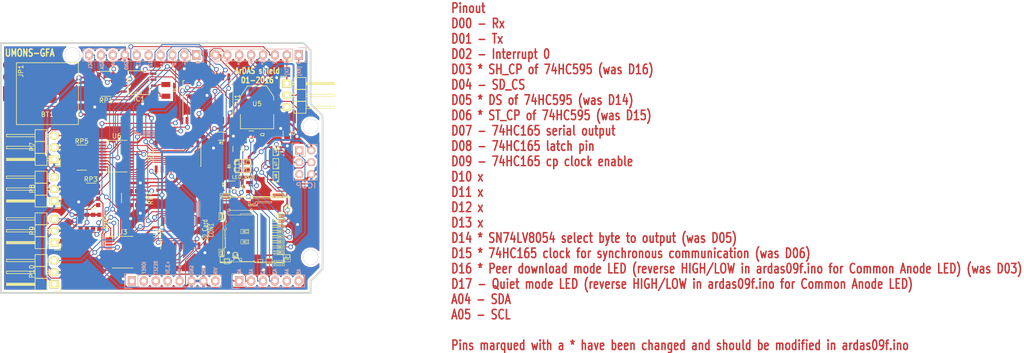
<source format=kicad_pcb>
(kicad_pcb (version 4) (host pcbnew 4.0.1-3.201512221402+6198~38~ubuntu14.04.1-stable)
  (title_block (title ArDAS_shield) (date 2016-01-13) (rev 0.48) (company UMONS-GFA) (comment 1 O.KAUFMANN))
  (layers (0 Front signal) (31 Back signal) (34 B.Paste user) (35 F.Paste user) (36 B.SilkS user) (37 F.SilkS user) (38 B.Mask user) (39 F.Mask user) (44 Edge.Cuts user))
  (net 0 "")
  (net 1 GND)
  (net 2 "Net-(BT1-Pad1)")
  (net 3 +5V)
  (net 4 /+3.3V)
  (net 5 /SEN3)
  (net 6 /MOSI3)
  (net 7 /SCK3)
  (net 8 MISO)
  (net 9 "Net-(CON1-Pad8)")
  (net 10 D17)
  (net 11 D03)
  (net 12 D02)
  (net 13 A05)
  (net 14 A04)
  (net 15 "Net-(IC1-Pad2)")
  (net 16 "Net-(IC1-Pad1)")
  (net 17 D08)
  (net 18 D09)
  (net 19 "Net-(P1-Pad3)")
  (net 20 "Net-(P1-Pad4)")
  (net 21 "Net-(P1-Pad5)")
  (net 22 "Net-(P1-Pad6)")
  (net 23 "Net-(P1-Pad8)")
  (net 24 "Net-(P2-Pad1)")
  (net 25 "Net-(P2-Pad2)")
  (net 26 "Net-(P2-Pad3)")
  (net 27 "Net-(P2-Pad4)")
  (net 28 "Net-(P2-Pad8)")
  (net 29 D00)
  (net 30 D01)
  (net 31 D04)
  (net 32 D05)
  (net 33 SCK)
  (net 34 MOSI)
  (net 35 "Net-(P4-Pad5)")
  (net 36 D14)
  (net 37 D15)
  (net 38 D16)
  (net 39 CH4)
  (net 40 CH3)
  (net 41 CH2)
  (net 42 CH1)
  (net 43 "Net-(R1-Pad2)")
  (net 44 "Net-(RP2-Pad7)")
  (net 45 "Net-(RP2-Pad8)")
  (net 46 "Net-(RP2-Pad5)")
  (net 47 "Net-(RP2-Pad6)")
  (net 48 "Net-(RP3-Pad1)")
  (net 49 "Net-(RP3-Pad4)")
  (net 50 "Net-(RP3-Pad2)")
  (net 51 "Net-(RP3-Pad3)")
  (net 52 "Net-(RP5-Pad7)")
  (net 53 "Net-(RP5-Pad8)")
  (net 54 "Net-(RP5-Pad5)")
  (net 55 "Net-(RP5-Pad6)")
  (net 56 "Net-(U1-Pad9)")
  (net 57 D06)
  (net 58 "Net-(U2-Pad3)")
  (net 59 "Net-(U2-Pad4)")
  (net 60 "Net-(U2-Pad5)")
  (net 61 "Net-(U2-Pad6)")
  (net 62 "Net-(U2-Pad7)")
  (net 63 D07)
  (net 64 "Net-(U2-Pad10)")
  (net 65 "Net-(U2-Pad11)")
  (net 66 "Net-(U2-Pad12)")
  (net 67 "Net-(U2-Pad13)")
  (net 68 "Net-(U2-Pad14)")
  (net 69 "Net-(U4-Pad14)")
  (net 70 "Net-(U4-Pad13)")
  (net 71 "Net-(U4-Pad12)")
  (net 72 "Net-(U4-Pad11)")
  (net 73 "Net-(U4-Pad10)")
  (net 74 "Net-(U4-Pad7)")
  (net 75 "Net-(U4-Pad6)")
  (net 76 "Net-(U4-Pad5)")
  (net 77 "Net-(U4-Pad4)")
  (net 78 "Net-(U4-Pad3)")
  (net 79 "Net-(RP1-Pad8)")
  (net 80 "Net-(RP4-Pad4)")
  (net 81 "Net-(RP4-Pad6)")
  (net 82 "Net-(D1-Pad1)")
  (net 83 "Net-(D1-Pad3)")
  (net 84 "Net-(D1-Pad4)")
  (net 85 D18)
  (net 86 D19)
  (module "kicad-gfa local:microSD_socket" (layer Front) (at 101.346 108.509 270)
    (fp_text reference CON1 (at -0.36576 9.45896 270) (layer F.SilkS) (effects (font (size 1.016 0.762) (thickness 0.127))))
    (fp_text value SD_Card (at -0.36576 10.77976 270) (layer F.SilkS) (effects (font (size 1.016 0.762) (thickness 0.127))))
    (pad 13 smd rect (at 6.21792 -2.88036 270) (size 1.16 1.25) (layers Front F.Paste F.Mask) (clearance 0.254))
    (pad 12 smd rect (at 6.64972 -5.03936 270) (size 1.15 2.2) (layers Front F.Paste F.Mask) (clearance 0.254))
    (pad 12 smd rect (at -7.75208 -4.88696 270) (size 1 2.5) (layers Front F.Paste F.Mask) (clearance 0.254))
    (pad 11 smd rect (at -7.65048 6.44144 270) (size 1.12 2.2) (layers Front F.Paste F.Mask) (clearance 0.254))
    (pad 10 smd rect (at -3.35788 7.25424 270) (size 1.5 1.15) (layers Front F.Paste F.Mask) (clearance 0.254))
    (pad 8 smd rect (at 4.28752 -5.52196 270) (size 0.8 1.25) (layers Front F.Paste F.Mask) (net 9 "Net-(CON1-Pad8)") (clearance 0.254))
    (pad 7 smd rect (at 3.19532 -5.52196 270) (size 0.8 1.25) (layers Front F.Paste F.Mask) (net 8 MISO) (clearance 0.254))
    (pad 6 smd rect (at 2.10312 -5.52196 270) (size 0.8 1.25) (layers Front F.Paste F.Mask) (net 1 GND) (clearance 0.254))
    (pad 5 smd rect (at 1.01092 -5.52196 270) (size 0.8 1.25) (layers Front F.Paste F.Mask) (net 7 /SCK3) (clearance 0.254))
    (pad 4 smd rect (at -0.10668 -5.52196 270) (size 0.8 1.25) (layers Front F.Paste F.Mask) (net 4 /+3.3V) (clearance 0.254))
    (pad 3 smd rect (at -1.19888 -5.52196 270) (size 0.8 1.25) (layers Front F.Paste F.Mask) (net 1 GND) (clearance 0.254))
    (pad 2 smd rect (at -2.29108 -5.52196 270) (size 0.8 1.25) (layers Front F.Paste F.Mask) (net 6 /MOSI3) (clearance 0.254))
    (pad 1 smd rect (at -3.38328 -5.52196 270) (size 0.8 1.25) (layers Front F.Paste F.Mask) (net 5 /SEN3) (clearance 0.254))
    (pad GND smd rect (at 6.21792 6.11124 270) (size 1.16 1.2) (layers Front F.Paste F.Mask) (net 1 GND) (clearance 0.254))
    (pad 9 smd rect (at 4.43992 7.25424 270) (size 1.5 1.15) (layers Front F.Paste F.Mask) (clearance 0.254))
  )
  (module Pin_Headers:Pin_Header_Angled_1x03 (layer Front) (at 108.026 76.8096)
    (fp_text reference P6 (at 0 -5.1) (layer F.SilkS))
    (fp_text value TTL_COMM)
    (pad 1 thru_hole rect (at 0 0) (size 2.032 1.7272) (drill 1.016) (layers *.Cu *.Mask F.SilkS) (net 30 D01))
    (pad 2 thru_hole oval (at 0 2.54) (size 2.032 1.7272) (drill 1.016) (layers *.Cu *.Mask F.SilkS) (net 29 D00))
    (pad 3 thru_hole oval (at 0 5.08) (size 2.032 1.7272) (drill 1.016) (layers *.Cu *.Mask F.SilkS) (net 1 GND))
  )
  (module Pin_Headers:Pin_Header_Straight_1x08 (layer Back) (at 74.9935 118.986 270)
    (fp_text reference P2 hide)
    (fp_text value CONN_8 hide)
    (pad 1 thru_hole rect (at 0 0 270) (size 2.032 1.7272) (drill 1.016) (layers *.Cu *.Mask B.SilkS) (net 24 "Net-(P2-Pad1)"))
    (pad 2 thru_hole oval (at 0 -2.54 270) (size 2.032 1.7272) (drill 1.016) (layers *.Cu *.Mask B.SilkS) (net 25 "Net-(P2-Pad2)"))
    (pad 3 thru_hole oval (at 0 -5.08 270) (size 2.032 1.7272) (drill 1.016) (layers *.Cu *.Mask B.SilkS) (net 26 "Net-(P2-Pad3)"))
    (pad 4 thru_hole oval (at 0 -7.62 270) (size 2.032 1.7272) (drill 1.016) (layers *.Cu *.Mask B.SilkS) (net 27 "Net-(P2-Pad4)"))
    (pad 5 thru_hole oval (at 0 -10.16 270) (size 2.032 1.7272) (drill 1.016) (layers *.Cu *.Mask B.SilkS) (net 3 +5V))
    (pad 6 thru_hole oval (at 0 -12.7 270) (size 2.032 1.7272) (drill 1.016) (layers *.Cu *.Mask B.SilkS) (net 1 GND))
    (pad 7 thru_hole oval (at 0 -15.24 270) (size 2.032 1.7272) (drill 1.016) (layers *.Cu *.Mask B.SilkS) (net 1 GND))
    (pad 8 thru_hole oval (at 0 -17.78 270) (size 2.032 1.7272) (drill 1.016) (layers *.Cu *.Mask B.SilkS) (net 28 "Net-(P2-Pad8)"))
  )
  (module Capacitors_SMD:C_0805 (layer Front) (at 108.077 87.4268 90)
    (fp_text reference C1 (at 0.0635 1.397 90) (layer F.SilkS) (effects (font (size 0.5 0.5) (thickness 0.125))))
    (fp_text value 47uF)
    (pad 1 smd rect (at -1 0 90) (size 1 1.25) (layers Front F.Paste F.Mask) (net 3 +5V))
    (pad 2 smd rect (at 1 0 90) (size 1 1.25) (layers Front F.Paste F.Mask) (net 1 GND))
  )
  (module Capacitors_SMD:C_0805 (layer Front) (at 100.444 87.7951 180)
    (fp_text reference C2 (at -2.3625 0.0508 180) (layer F.SilkS) (effects (font (size 0.5 0.5) (thickness 0.125))))
    (fp_text value 47uF)
    (pad 1 smd rect (at -1 0 180) (size 1 1.25) (layers Front F.Paste F.Mask) (net 4 /+3.3V))
    (pad 2 smd rect (at 1 0 180) (size 1 1.25) (layers Front F.Paste F.Mask) (net 1 GND))
  )
  (module MyFootprints:led-P-LCC-4-3 (layer Front) (at 98.6155 94.4499 270)
    (fp_text reference D1 (at 0.0254 2.921 270) (layer F.SilkS) (effects (font (size 0.5 0.5) (thickness 0.125))))
    (fp_text value LED_RGB (at 2.3495 -0.127 360) (layer F.SilkS) (effects (font (size 0.75 0.75) (thickness 0.127))))
    (pad 1 smd rect (at -0.9 1.27 180) (size 1.9 1.27) (layers Front F.Paste F.Mask) (net 82 "Net-(D1-Pad1)") (clearance 0.254))
    (pad 2 smd rect (at -0.9 -1.27 180) (size 1.9 1.27) (layers Front F.Paste F.Mask) (net 3 +5V) (clearance 0.254))
    (pad 3 smd rect (at 0.9 -1.27 180) (size 1.9 1.27) (layers Front F.Paste F.Mask) (net 83 "Net-(D1-Pad3)") (clearance 0.254))
    (pad 4 smd rect (at 0.9 1.27 180) (size 1.9 1.27) (layers Front F.Paste F.Mask) (net 84 "Net-(D1-Pad4)") (clearance 0.254))
  )
  (module SMD_Packages:SOIC-8-N (layer Front) (at 76.454 76.6318 90)
    (fp_text reference IC1 (at -3.4925 0.0635 180) (layer F.SilkS))
    (fp_text value DS1307)
    (pad 8 smd rect (at -1.905 -3.175 90) (size 0.508 1.143) (layers Front F.Paste F.Mask) (net 3 +5V))
    (pad 7 smd rect (at -0.635 -3.175 90) (size 0.508 1.143) (layers Front F.Paste F.Mask) (net 12 D02))
    (pad 6 smd rect (at 0.635 -3.175 90) (size 0.508 1.143) (layers Front F.Paste F.Mask) (net 13 A05))
    (pad 5 smd rect (at 1.905 -3.175 90) (size 0.508 1.143) (layers Front F.Paste F.Mask) (net 14 A04))
    (pad 4 smd rect (at 1.905 3.175 90) (size 0.508 1.143) (layers Front F.Paste F.Mask) (net 1 GND))
    (pad 3 smd rect (at 0.635 3.175 90) (size 0.508 1.143) (layers Front F.Paste F.Mask) (net 2 "Net-(BT1-Pad1)"))
    (pad 2 smd rect (at -0.635 3.175 90) (size 0.508 1.143) (layers Front F.Paste F.Mask) (net 15 "Net-(IC1-Pad2)"))
    (pad 1 smd rect (at -1.905 3.175 90) (size 0.508 1.143) (layers Front F.Paste F.Mask) (net 16 "Net-(IC1-Pad1)"))
  )
  (module Pin_Headers:Pin_Header_Straight_1x10 (layer Back) (at 88.7095 70.7263 90)
    (fp_text reference P1 (at 0 5.1 90) (layer B.SilkS) (effects (justify mirror)))
    (fp_text value CONN_10 hide)
    (pad 1 thru_hole rect (at 0 0 90) (size 2.032 1.7272) (drill 1.016) (layers *.Cu *.Mask B.SilkS) (net 17 D08))
    (pad 2 thru_hole oval (at 0 -2.54 90) (size 2.032 1.7272) (drill 1.016) (layers *.Cu *.Mask B.SilkS) (net 18 D09))
    (pad 3 thru_hole oval (at 0 -5.08 90) (size 2.032 1.7272) (drill 1.016) (layers *.Cu *.Mask B.SilkS) (net 19 "Net-(P1-Pad3)"))
    (pad 4 thru_hole oval (at 0 -7.62 90) (size 2.032 1.7272) (drill 1.016) (layers *.Cu *.Mask B.SilkS) (net 20 "Net-(P1-Pad4)"))
    (pad 5 thru_hole oval (at 0 -10.16 90) (size 2.032 1.7272) (drill 1.016) (layers *.Cu *.Mask B.SilkS) (net 21 "Net-(P1-Pad5)"))
    (pad 6 thru_hole oval (at 0 -12.7 90) (size 2.032 1.7272) (drill 1.016) (layers *.Cu *.Mask B.SilkS) (net 22 "Net-(P1-Pad6)"))
    (pad 7 thru_hole oval (at 0 -15.24 90) (size 2.032 1.7272) (drill 1.016) (layers *.Cu *.Mask B.SilkS) (net 1 GND))
    (pad 8 thru_hole oval (at 0 -17.78 90) (size 2.032 1.7272) (drill 1.016) (layers *.Cu *.Mask B.SilkS) (net 23 "Net-(P1-Pad8)"))
    (pad 9 thru_hole oval (at 0 -20.32 90) (size 2.032 1.7272) (drill 1.016) (layers *.Cu *.Mask B.SilkS) (net 14 A04))
    (pad 10 thru_hole oval (at 0 -22.86 90) (size 2.032 1.7272) (drill 1.016) (layers *.Cu *.Mask B.SilkS) (net 13 A05))
  )
  (module Socket_Strips:Socket_Strip_Straight_2x03 (layer Back) (at 110.68 91.0971 270)
    (fp_text reference P4 hide)
    (fp_text value CONN_ICSP hide)
    (pad 1 thru_hole rect (at 0 0 270) (size 1.7272 1.7272) (drill 1.016) (layers *.Cu *.Mask B.SilkS) (net 8 MISO))
    (pad 2 thru_hole oval (at 0 -2.54 270) (size 1.7272 1.7272) (drill 1.016) (layers *.Cu *.Mask B.SilkS) (net 3 +5V))
    (pad 3 thru_hole oval (at 2.54 0 270) (size 1.7272 1.7272) (drill 1.016) (layers *.Cu *.Mask B.SilkS) (net 33 SCK))
    (pad 4 thru_hole oval (at 2.54 -2.54 270) (size 1.7272 1.7272) (drill 1.016) (layers *.Cu *.Mask B.SilkS) (net 34 MOSI))
    (pad 5 thru_hole oval (at 5.08 0 270) (size 1.7272 1.7272) (drill 1.016) (layers *.Cu *.Mask B.SilkS) (net 35 "Net-(P4-Pad5)"))
    (pad 6 thru_hole oval (at 5.08 -2.54 270) (size 1.7272 1.7272) (drill 1.016) (layers *.Cu *.Mask B.SilkS) (net 1 GND))
  )
  (module Pin_Headers:Pin_Header_Straight_1x06 (layer Back) (at 97.8535 118.986 270)
    (fp_text reference P5 (at 0 5.1 270) (layer B.SilkS) (effects (justify mirror)))
    (fp_text value CONN_6 hide)
    (pad 1 thru_hole rect (at 0 0 270) (size 2.032 1.7272) (drill 1.016) (layers *.Cu *.Mask B.SilkS) (net 36 D14))
    (pad 2 thru_hole oval (at 0 -2.54 270) (size 2.032 1.7272) (drill 1.016) (layers *.Cu *.Mask B.SilkS) (net 37 D15))
    (pad 3 thru_hole oval (at 0 -5.08 270) (size 2.032 1.7272) (drill 1.016) (layers *.Cu *.Mask B.SilkS) (net 38 D16))
    (pad 4 thru_hole oval (at 0 -7.62 270) (size 2.032 1.7272) (drill 1.016) (layers *.Cu *.Mask B.SilkS) (net 10 D17))
    (pad 5 thru_hole oval (at 0 -10.16 270) (size 2.032 1.7272) (drill 1.016) (layers *.Cu *.Mask B.SilkS) (net 85 D18))
    (pad 6 thru_hole oval (at 0 -12.7 270) (size 2.032 1.7272) (drill 1.016) (layers *.Cu *.Mask B.SilkS) (net 86 D19))
  )
  (module Pin_Headers:Pin_Header_Angled_1x03 (layer Front) (at 58.42 93.0148 180)
    (fp_text reference P7 (at 4.699 2.667 270) (layer F.SilkS))
    (fp_text value CONN_01X03)
    (pad 1 thru_hole rect (at 0 0 180) (size 2.032 1.7272) (drill 1.016) (layers *.Cu *.Mask F.SilkS) (net 3 +5V))
    (pad 2 thru_hole oval (at 0 2.54 180) (size 2.032 1.7272) (drill 1.016) (layers *.Cu *.Mask F.SilkS) (net 1 GND))
    (pad 3 thru_hole oval (at 0 5.08 180) (size 2.032 1.7272) (drill 1.016) (layers *.Cu *.Mask F.SilkS) (net 39 CH4))
  )
  (module Pin_Headers:Pin_Header_Angled_1x03 (layer Front) (at 58.42 101.905 180)
    (fp_text reference P8 (at 4.699 2.6037 270) (layer F.SilkS))
    (fp_text value CONN_01X03)
    (pad 1 thru_hole rect (at 0 0 180) (size 2.032 1.7272) (drill 1.016) (layers *.Cu *.Mask F.SilkS) (net 3 +5V))
    (pad 2 thru_hole oval (at 0 2.54 180) (size 2.032 1.7272) (drill 1.016) (layers *.Cu *.Mask F.SilkS) (net 1 GND))
    (pad 3 thru_hole oval (at 0 5.08 180) (size 2.032 1.7272) (drill 1.016) (layers *.Cu *.Mask F.SilkS) (net 40 CH3))
  )
  (module Pin_Headers:Pin_Header_Angled_1x03 (layer Front) (at 58.42 110.795 180)
    (fp_text reference P9 (at 4.699 2.5402 270) (layer F.SilkS))
    (fp_text value CONN_01X03)
    (pad 1 thru_hole rect (at 0 0 180) (size 2.032 1.7272) (drill 1.016) (layers *.Cu *.Mask F.SilkS) (net 3 +5V))
    (pad 2 thru_hole oval (at 0 2.54 180) (size 2.032 1.7272) (drill 1.016) (layers *.Cu *.Mask F.SilkS) (net 1 GND))
    (pad 3 thru_hole oval (at 0 5.08 180) (size 2.032 1.7272) (drill 1.016) (layers *.Cu *.Mask F.SilkS) (net 41 CH2))
  )
  (module Pin_Headers:Pin_Header_Angled_1x03 (layer Front) (at 58.42 119.685 180)
    (fp_text reference P10 (at 4.7625 2.7307 270) (layer F.SilkS))
    (fp_text value CONN_01X03)
    (pad 1 thru_hole rect (at 0 0 180) (size 2.032 1.7272) (drill 1.016) (layers *.Cu *.Mask F.SilkS) (net 3 +5V))
    (pad 2 thru_hole oval (at 0 2.54 180) (size 2.032 1.7272) (drill 1.016) (layers *.Cu *.Mask F.SilkS) (net 1 GND))
    (pad 3 thru_hole oval (at 0 5.08 180) (size 2.032 1.7272) (drill 1.016) (layers *.Cu *.Mask F.SilkS) (net 42 CH1))
  )
  (module Resistors_SMD:R_0805 (layer Front) (at 93.9927 88.0491 180)
    (fp_text reference R1 (at -0.0508 -1.4732 180) (layer F.SilkS) (effects (font (size 0.5 0.5) (thickness 0.125))))
    (fp_text value 10k)
    (pad 1 smd rect (at -0.95 0 180) (size 0.7 1.3) (layers Front F.Paste F.Mask) (net 1 GND))
    (pad 2 smd rect (at 0.95 0 180) (size 0.7 1.3) (layers Front F.Paste F.Mask) (net 43 "Net-(R1-Pad2)"))
  )
  (module Resistors_SMD:R_Array_Convex_4x1206 (layer Front) (at 69.469 76.8858 180)
    (fp_text reference RP1 (at 0 -3.556 180) (layer F.SilkS))
    (fp_text value R_4x4.7k)
    (pad 1 smd rect (at -1.5 -2 180) (size 0.9 0.9) (layers Front F.Paste F.Mask) (net 3 +5V))
    (pad 4 smd rect (at -1.5 2 180) (size 0.9 0.9) (layers Front F.Paste F.Mask) (net 14 A04))
    (pad 2 smd rect (at -1.5 -0.66 180) (size 0.9 0.9) (layers Front F.Paste F.Mask) (net 12 D02))
    (pad 3 smd rect (at -1.5 0.66 180) (size 0.9 0.9) (layers Front F.Paste F.Mask) (net 13 A05))
    (pad 7 smd rect (at 1.5 -0.66 180) (size 0.9 0.9) (layers Front F.Paste F.Mask) (net 3 +5V))
    (pad 8 smd rect (at 1.5 -2 180) (size 0.9 0.9) (layers Front F.Paste F.Mask) (net 79 "Net-(RP1-Pad8)"))
    (pad 5 smd rect (at 1.5 2 180) (size 0.9 0.9) (layers Front F.Paste F.Mask) (net 3 +5V))
    (pad 6 smd rect (at 1.5 0.66 180) (size 0.9 0.9) (layers Front F.Paste F.Mask) (net 3 +5V))
  )
  (module Resistors_SMD:R_Array_Convex_4x1206 (layer Front) (at 66.04 106.35 270)
    (fp_text reference RP2 (at 0 -3.5 270) (layer F.SilkS))
    (fp_text value R_4x10k)
    (pad 1 smd rect (at -1.5 -2 270) (size 0.9 0.9) (layers Front F.Paste F.Mask) (net 3 +5V))
    (pad 4 smd rect (at -1.5 2 270) (size 0.9 0.9) (layers Front F.Paste F.Mask) (net 3 +5V))
    (pad 2 smd rect (at -1.5 -0.66 270) (size 0.9 0.9) (layers Front F.Paste F.Mask) (net 3 +5V))
    (pad 3 smd rect (at -1.5 0.66 270) (size 0.9 0.9) (layers Front F.Paste F.Mask) (net 3 +5V))
    (pad 7 smd rect (at 1.5 -0.66 270) (size 0.9 0.9) (layers Front F.Paste F.Mask) (net 44 "Net-(RP2-Pad7)"))
    (pad 8 smd rect (at 1.5 -2 270) (size 0.9 0.9) (layers Front F.Paste F.Mask) (net 45 "Net-(RP2-Pad8)"))
    (pad 5 smd rect (at 1.5 2 270) (size 0.9 0.9) (layers Front F.Paste F.Mask) (net 46 "Net-(RP2-Pad5)"))
    (pad 6 smd rect (at 1.5 0.66 270) (size 0.9 0.9) (layers Front F.Paste F.Mask) (net 47 "Net-(RP2-Pad6)"))
  )
  (module Resistors_SMD:R_Array_Convex_4x1206 (layer Front) (at 66.294 100.762 180)
    (fp_text reference RP3 (at 0.0635 3.4927 180) (layer F.SilkS))
    (fp_text value R_4x10k)
    (pad 1 smd rect (at -1.5 -2 180) (size 0.9 0.9) (layers Front F.Paste F.Mask) (net 48 "Net-(RP3-Pad1)"))
    (pad 4 smd rect (at -1.5 2 180) (size 0.9 0.9) (layers Front F.Paste F.Mask) (net 49 "Net-(RP3-Pad4)"))
    (pad 2 smd rect (at -1.5 -0.66 180) (size 0.9 0.9) (layers Front F.Paste F.Mask) (net 50 "Net-(RP3-Pad2)"))
    (pad 3 smd rect (at -1.5 0.66 180) (size 0.9 0.9) (layers Front F.Paste F.Mask) (net 51 "Net-(RP3-Pad3)"))
    (pad 7 smd rect (at 1.5 -0.66 180) (size 0.9 0.9) (layers Front F.Paste F.Mask) (net 1 GND))
    (pad 8 smd rect (at 1.5 -2 180) (size 0.9 0.9) (layers Front F.Paste F.Mask) (net 1 GND))
    (pad 5 smd rect (at 1.5 2 180) (size 0.9 0.9) (layers Front F.Paste F.Mask) (net 1 GND))
    (pad 6 smd rect (at 1.5 0.66 180) (size 0.9 0.9) (layers Front F.Paste F.Mask) (net 1 GND))
  )
  (module Resistors_SMD:R_Array_Convex_4x1206 (layer Front) (at 75.438 101.27 270)
    (fp_text reference RP4 (at 0 -3.5 270) (layer F.SilkS))
    (fp_text value R_4x10k)
    (pad 1 smd rect (at -1.5 -2 270) (size 0.9 0.9) (layers Front F.Paste F.Mask) (net 18 D09))
    (pad 4 smd rect (at -1.5 2 270) (size 0.9 0.9) (layers Front F.Paste F.Mask) (net 80 "Net-(RP4-Pad4)"))
    (pad 2 smd rect (at -1.5 -0.66 270) (size 0.9 0.9) (layers Front F.Paste F.Mask) (net 18 D09))
    (pad 3 smd rect (at -1.5 0.66 270) (size 0.9 0.9) (layers Front F.Paste F.Mask) (net 3 +5V))
    (pad 7 smd rect (at 1.5 -0.66 270) (size 0.9 0.9) (layers Front F.Paste F.Mask) (net 1 GND))
    (pad 8 smd rect (at 1.5 -2 270) (size 0.9 0.9) (layers Front F.Paste F.Mask) (net 1 GND))
    (pad 5 smd rect (at 1.5 2 270) (size 0.9 0.9) (layers Front F.Paste F.Mask) (net 3 +5V))
    (pad 6 smd rect (at 1.5 0.66 270) (size 0.9 0.9) (layers Front F.Paste F.Mask) (net 81 "Net-(RP4-Pad6)"))
  )
  (module Resistors_SMD:R_Array_Convex_4x1206 (layer Front) (at 64.2874 92.6338)
    (fp_text reference RP5 (at 0 -3.5) (layer F.SilkS))
    (fp_text value R_4x10k)
    (pad 1 smd rect (at -1.5 -2) (size 0.9 0.9) (layers Front F.Paste F.Mask) (net 3 +5V))
    (pad 4 smd rect (at -1.5 2) (size 0.9 0.9) (layers Front F.Paste F.Mask) (net 3 +5V))
    (pad 2 smd rect (at -1.5 -0.66) (size 0.9 0.9) (layers Front F.Paste F.Mask) (net 3 +5V))
    (pad 3 smd rect (at -1.5 0.66) (size 0.9 0.9) (layers Front F.Paste F.Mask) (net 3 +5V))
    (pad 7 smd rect (at 1.5 -0.66) (size 0.9 0.9) (layers Front F.Paste F.Mask) (net 52 "Net-(RP5-Pad7)"))
    (pad 8 smd rect (at 1.5 -2) (size 0.9 0.9) (layers Front F.Paste F.Mask) (net 53 "Net-(RP5-Pad8)"))
    (pad 5 smd rect (at 1.5 2) (size 0.9 0.9) (layers Front F.Paste F.Mask) (net 54 "Net-(RP5-Pad5)"))
    (pad 6 smd rect (at 1.5 0.66) (size 0.9 0.9) (layers Front F.Paste F.Mask) (net 55 "Net-(RP5-Pad6)"))
  )
  (module Housings_SOIC:SOIC-16_7.5x10.3mm_Pitch1.27mm (layer Front) (at 91.186 80.0608 270)
    (fp_text reference U1 (at 0 -6.25 270) (layer F.SilkS))
    (fp_text value 74HC595)
    (pad 1 smd rect (at -4.65 -4.445 270) (size 1.5 0.6) (layers Front F.Paste F.Mask) (net 47 "Net-(RP2-Pad6)"))
    (pad 2 smd rect (at -4.65 -3.175 270) (size 1.5 0.6) (layers Front F.Paste F.Mask) (net 44 "Net-(RP2-Pad7)"))
    (pad 3 smd rect (at -4.65 -1.905 270) (size 1.5 0.6) (layers Front F.Paste F.Mask) (net 45 "Net-(RP2-Pad8)"))
    (pad 4 smd rect (at -4.65 -0.635 270) (size 1.5 0.6) (layers Front F.Paste F.Mask) (net 54 "Net-(RP5-Pad5)"))
    (pad 5 smd rect (at -4.65 0.635 270) (size 1.5 0.6) (layers Front F.Paste F.Mask) (net 55 "Net-(RP5-Pad6)"))
    (pad 6 smd rect (at -4.65 1.905 270) (size 1.5 0.6) (layers Front F.Paste F.Mask) (net 52 "Net-(RP5-Pad7)"))
    (pad 7 smd rect (at -4.65 3.175 270) (size 1.5 0.6) (layers Front F.Paste F.Mask) (net 53 "Net-(RP5-Pad8)"))
    (pad 8 smd rect (at -4.65 4.445 270) (size 1.5 0.6) (layers Front F.Paste F.Mask) (net 1 GND))
    (pad 9 smd rect (at 4.65 4.445 270) (size 1.5 0.6) (layers Front F.Paste F.Mask) (net 56 "Net-(U1-Pad9)"))
    (pad 10 smd rect (at 4.65 3.175 270) (size 1.5 0.6) (layers Front F.Paste F.Mask) (net 79 "Net-(RP1-Pad8)"))
    (pad 11 smd rect (at 4.65 1.905 270) (size 1.5 0.6) (layers Front F.Paste F.Mask) (net 11 D03))
    (pad 12 smd rect (at 4.65 0.635 270) (size 1.5 0.6) (layers Front F.Paste F.Mask) (net 57 D06))
    (pad 13 smd rect (at 4.65 -0.635 270) (size 1.5 0.6) (layers Front F.Paste F.Mask) (net 43 "Net-(R1-Pad2)"))
    (pad 14 smd rect (at 4.65 -1.905 270) (size 1.5 0.6) (layers Front F.Paste F.Mask) (net 32 D05))
    (pad 15 smd rect (at 4.65 -3.175 270) (size 1.5 0.6) (layers Front F.Paste F.Mask) (net 46 "Net-(RP2-Pad5)"))
    (pad 16 smd rect (at 4.65 -4.445 270) (size 1.5 0.6) (layers Front F.Paste F.Mask) (net 3 +5V))
  )
  (module Housings_SOIC:SOIC-16_3.9x9.9mm_Pitch1.27mm (layer Front) (at 86.106 108.763 90)
    (fp_text reference U2 (at 0 -6 90) (layer F.SilkS))
    (fp_text value 74HC165)
    (pad 1 smd rect (at -2.7 -4.445 90) (size 1.5 0.6) (layers Front F.Paste F.Mask) (net 17 D08))
    (pad 2 smd rect (at -2.7 -3.175 90) (size 1.5 0.6) (layers Front F.Paste F.Mask) (net 37 D15))
    (pad 3 smd rect (at -2.7 -1.905 90) (size 1.5 0.6) (layers Front F.Paste F.Mask) (net 58 "Net-(U2-Pad3)"))
    (pad 4 smd rect (at -2.7 -0.635 90) (size 1.5 0.6) (layers Front F.Paste F.Mask) (net 59 "Net-(U2-Pad4)"))
    (pad 5 smd rect (at -2.7 0.635 90) (size 1.5 0.6) (layers Front F.Paste F.Mask) (net 60 "Net-(U2-Pad5)"))
    (pad 6 smd rect (at -2.7 1.905 90) (size 1.5 0.6) (layers Front F.Paste F.Mask) (net 61 "Net-(U2-Pad6)"))
    (pad 7 smd rect (at -2.7 3.175 90) (size 1.5 0.6) (layers Front F.Paste F.Mask) (net 62 "Net-(U2-Pad7)"))
    (pad 8 smd rect (at -2.7 4.445 90) (size 1.5 0.6) (layers Front F.Paste F.Mask) (net 1 GND))
    (pad 9 smd rect (at 2.7 4.445 90) (size 1.5 0.6) (layers Front F.Paste F.Mask) (net 63 D07))
    (pad 10 smd rect (at 2.7 3.175 90) (size 1.5 0.6) (layers Front F.Paste F.Mask) (net 64 "Net-(U2-Pad10)"))
    (pad 11 smd rect (at 2.7 1.905 90) (size 1.5 0.6) (layers Front F.Paste F.Mask) (net 65 "Net-(U2-Pad11)"))
    (pad 12 smd rect (at 2.7 0.635 90) (size 1.5 0.6) (layers Front F.Paste F.Mask) (net 66 "Net-(U2-Pad12)"))
    (pad 13 smd rect (at 2.7 -0.635 90) (size 1.5 0.6) (layers Front F.Paste F.Mask) (net 67 "Net-(U2-Pad13)"))
    (pad 14 smd rect (at 2.7 -1.905 90) (size 1.5 0.6) (layers Front F.Paste F.Mask) (net 68 "Net-(U2-Pad14)"))
    (pad 15 smd rect (at 2.7 -3.175 90) (size 1.5 0.6) (layers Front F.Paste F.Mask) (net 18 D09))
    (pad 16 smd rect (at 2.7 -4.445 90) (size 1.5 0.6) (layers Front F.Paste F.Mask) (net 3 +5V))
  )
  (module Housings_SSOP:TSSOP-20_4.4x6.5mm_Pitch0.65mm (layer Front) (at 73.025 112.827)
    (fp_text reference U3 (at 0 -4.3) (layer F.SilkS))
    (fp_text value SN74LV8154)
    (pad 1 smd rect (at -2.95 -2.925) (size 1.45 0.45) (layers Front F.Paste F.Mask) (net 42 CH1))
    (pad 2 smd rect (at -2.95 -2.275) (size 1.45 0.45) (layers Front F.Paste F.Mask) (net 41 CH2))
    (pad 3 smd rect (at -2.95 -1.625) (size 1.45 0.45) (layers Front F.Paste F.Mask) (net 45 "Net-(RP2-Pad8)"))
    (pad 4 smd rect (at -2.95 -0.975) (size 1.45 0.45) (layers Front F.Paste F.Mask) (net 44 "Net-(RP2-Pad7)"))
    (pad 5 smd rect (at -2.95 -0.325) (size 1.45 0.45) (layers Front F.Paste F.Mask) (net 47 "Net-(RP2-Pad6)"))
    (pad 6 smd rect (at -2.95 0.325) (size 1.45 0.45) (layers Front F.Paste F.Mask) (net 46 "Net-(RP2-Pad5)"))
    (pad 7 smd rect (at -2.95 0.975) (size 1.45 0.45) (layers Front F.Paste F.Mask) (net 36 D14))
    (pad 8 smd rect (at -2.95 1.625) (size 1.45 0.45) (layers Front F.Paste F.Mask) (net 48 "Net-(RP3-Pad1)"))
    (pad 9 smd rect (at -2.95 2.275) (size 1.45 0.45) (layers Front F.Paste F.Mask) (net 50 "Net-(RP3-Pad2)"))
    (pad 10 smd rect (at -2.95 2.925) (size 1.45 0.45) (layers Front F.Paste F.Mask) (net 1 GND))
    (pad 11 smd rect (at 2.95 2.925) (size 1.45 0.45) (layers Front F.Paste F.Mask) (net 81 "Net-(RP4-Pad6)"))
    (pad 12 smd rect (at 2.95 2.275) (size 1.45 0.45) (layers Front F.Paste F.Mask) (net 61 "Net-(U2-Pad6)"))
    (pad 13 smd rect (at 2.95 1.625) (size 1.45 0.45) (layers Front F.Paste F.Mask) (net 60 "Net-(U2-Pad5)"))
    (pad 14 smd rect (at 2.95 0.975) (size 1.45 0.45) (layers Front F.Paste F.Mask) (net 59 "Net-(U2-Pad4)"))
    (pad 15 smd rect (at 2.95 0.325) (size 1.45 0.45) (layers Front F.Paste F.Mask) (net 58 "Net-(U2-Pad3)"))
    (pad 16 smd rect (at 2.95 -0.325) (size 1.45 0.45) (layers Front F.Paste F.Mask) (net 68 "Net-(U2-Pad14)"))
    (pad 17 smd rect (at 2.95 -0.975) (size 1.45 0.45) (layers Front F.Paste F.Mask) (net 67 "Net-(U2-Pad13)"))
    (pad 18 smd rect (at 2.95 -1.625) (size 1.45 0.45) (layers Front F.Paste F.Mask) (net 66 "Net-(U2-Pad12)"))
    (pad 19 smd rect (at 2.95 -2.275) (size 1.45 0.45) (layers Front F.Paste F.Mask) (net 65 "Net-(U2-Pad11)"))
    (pad 20 smd rect (at 2.95 -2.925) (size 1.45 0.45) (layers Front F.Paste F.Mask) (net 3 +5V))
  )
  (module TO_SOT_Packages_SMD:SC-70-5 (layer Front) (at 105.677 93.9419 90)
    (fp_text reference U7 (at 0 0 90) (layer F.SilkS) (effects (font (size 0.5 0.5) (thickness 0.125))))
    (fp_text value 74LVC1G125)
    (pad 1 smd rect (at -0.6604 1.016 90) (size 0.4064 0.6604) (layers Front F.Paste F.Mask) (net 1 GND))
    (pad 3 smd rect (at 0.6604 1.016 90) (size 0.4064 0.6604) (layers Front F.Paste F.Mask) (net 1 GND))
    (pad 2 smd rect (at 0 1.016 90) (size 0.4064 0.6604) (layers Front F.Paste F.Mask) (net 34 MOSI))
    (pad 4 smd rect (at 0.6604 -1.016 90) (size 0.4064 0.6604) (layers Front F.Paste F.Mask) (net 6 /MOSI3))
    (pad 5 smd rect (at -0.6604 -1.016 90) (size 0.4064 0.6604) (layers Front F.Paste F.Mask) (net 3 +5V))
  )
  (module TO_SOT_Packages_SMD:SC-70-5 (layer Front) (at 105.677 91.0971 90)
    (fp_text reference U8 (at 0 0 90) (layer F.SilkS) (effects (font (size 0.5 0.5) (thickness 0.125))))
    (fp_text value 74LVC1G125)
    (pad 1 smd rect (at -0.6604 1.016 90) (size 0.4064 0.6604) (layers Front F.Paste F.Mask) (net 1 GND))
    (pad 3 smd rect (at 0.6604 1.016 90) (size 0.4064 0.6604) (layers Front F.Paste F.Mask) (net 1 GND))
    (pad 2 smd rect (at 0 1.016 90) (size 0.4064 0.6604) (layers Front F.Paste F.Mask) (net 33 SCK))
    (pad 4 smd rect (at 0.6604 -1.016 90) (size 0.4064 0.6604) (layers Front F.Paste F.Mask) (net 7 /SCK3))
    (pad 5 smd rect (at -0.6604 -1.016 90) (size 0.4064 0.6604) (layers Front F.Paste F.Mask) (net 3 +5V))
  )
  (module TO_SOT_Packages_SMD:SC-70-5 (layer Front) (at 105.677 96.7359 90)
    (fp_text reference U9 (at 0.127 0 90) (layer F.SilkS) (effects (font (size 0.5 0.5) (thickness 0.125))))
    (fp_text value 74LVC1G125)
    (pad 1 smd rect (at -0.6604 1.016 90) (size 0.4064 0.6604) (layers Front F.Paste F.Mask) (net 1 GND))
    (pad 3 smd rect (at 0.6604 1.016 90) (size 0.4064 0.6604) (layers Front F.Paste F.Mask) (net 1 GND))
    (pad 2 smd rect (at 0 1.016 90) (size 0.4064 0.6604) (layers Front F.Paste F.Mask) (net 31 D04))
    (pad 4 smd rect (at 0.6604 -1.016 90) (size 0.4064 0.6604) (layers Front F.Paste F.Mask) (net 5 /SEN3))
    (pad 5 smd rect (at -0.6604 -1.016 90) (size 0.4064 0.6604) (layers Front F.Paste F.Mask) (net 3 +5V))
  )
  (module MyFootprints:XTAL_ABRACON_ABS07 (layer Front) (at 82.2325 78.2828 90)
    (fp_text reference X1 (at 0.0635 1.905 90) (layer F.SilkS) (effects (font (size 0.5 0.5) (thickness 0.125))))
    (fp_text value CRYSTAL)
    (pad 2 smd rect (at 1.25 0) (size 1.9 1.1) (layers Front F.Paste F.Mask) (net 15 "Net-(IC1-Pad2)") (clearance 0.254))
    (pad 1 smd rect (at -1.25 0) (size 1.9 1.1) (layers Front F.Paste F.Mask) (net 16 "Net-(IC1-Pad1)") (clearance 0.254))
  )
  (module Pin_Headers:Pin_Header_Straight_1x08 (layer Back) (at 110.554 70.7263 90)
    (fp_text reference P3 hide)
    (fp_text value CONN_8 hide)
    (pad 1 thru_hole rect (at 0 0 90) (size 2.032 1.7272) (drill 1.016) (layers *.Cu *.Mask B.SilkS) (net 29 D00))
    (pad 2 thru_hole oval (at 0 -2.54 90) (size 2.032 1.7272) (drill 1.016) (layers *.Cu *.Mask B.SilkS) (net 30 D01))
    (pad 3 thru_hole oval (at 0 -5.08 90) (size 2.032 1.7272) (drill 1.016) (layers *.Cu *.Mask B.SilkS) (net 12 D02))
    (pad 4 thru_hole oval (at 0 -7.62 90) (size 2.032 1.7272) (drill 1.016) (layers *.Cu *.Mask B.SilkS) (net 11 D03))
    (pad 5 thru_hole oval (at 0 -10.16 90) (size 2.032 1.7272) (drill 1.016) (layers *.Cu *.Mask B.SilkS) (net 31 D04))
    (pad 6 thru_hole oval (at 0 -12.7 90) (size 2.032 1.7272) (drill 1.016) (layers *.Cu *.Mask B.SilkS) (net 32 D05))
    (pad 7 thru_hole oval (at 0 -15.24 90) (size 2.032 1.7272) (drill 1.016) (layers *.Cu *.Mask B.SilkS) (net 57 D06))
    (pad 8 thru_hole oval (at 0 -17.78 90) (size 2.032 1.7272) (drill 1.016) (layers *.Cu *.Mask B.SilkS) (net 63 D07))
  )
  (module MyFootprints:BATTERY_KEYSTONE_12mm (layer Front) (at 56.9595 78.9813)
    (fp_text reference BT1 (at 0 4.445) (layer F.SilkS))
    (fp_text value Battery)
    (pad 2 smd rect (at 0 0) (size 3.96 3.96) (layers Front F.Paste F.Mask) (net 1 GND) (clearance 0.254))
    (pad 1 smd rect (at -7.87 0) (size 3.18 3.18) (layers Front F.Paste F.Mask) (net 2 "Net-(BT1-Pad1)") (clearance 0.254))
    (pad 1 smd rect (at 7.87 0) (size 3.18 3.18) (layers Front F.Paste F.Mask) (net 2 "Net-(BT1-Pad1)") (clearance 0.254))
  )
  (module TO_SOT_Packages_SMD:SOT-223 (layer Front) (at 101.664 81.9023)
    (fp_text reference U5 (at 0 -0.762) (layer F.SilkS))
    (fp_text value LD1117S33TR)
    (pad 4 smd rect (at 0 -3.302) (size 3.6576 2.032) (layers Front F.Paste F.Mask))
    (pad 2 smd rect (at 0 3.302) (size 1.016 2.032) (layers Front F.Paste F.Mask) (net 4 /+3.3V))
    (pad 3 smd rect (at 2.286 3.302) (size 1.016 2.032) (layers Front F.Paste F.Mask) (net 3 +5V))
    (pad 1 smd rect (at -2.286 3.302) (size 1.016 2.032) (layers Front F.Paste F.Mask) (net 1 GND))
  )
  (module Housings_SSOP:TSSOP-20_4.4x6.5mm_Pitch0.65mm (layer Front) (at 71.755 92.329)
    (fp_text reference U6 (at 0 -4.3) (layer F.SilkS))
    (fp_text value SN74LV8154)
    (pad 1 smd rect (at -2.95 -2.925) (size 1.45 0.45) (layers Front F.Paste F.Mask) (net 40 CH3))
    (pad 2 smd rect (at -2.95 -2.275) (size 1.45 0.45) (layers Front F.Paste F.Mask) (net 39 CH4))
    (pad 3 smd rect (at -2.95 -1.625) (size 1.45 0.45) (layers Front F.Paste F.Mask) (net 53 "Net-(RP5-Pad8)"))
    (pad 4 smd rect (at -2.95 -0.975) (size 1.45 0.45) (layers Front F.Paste F.Mask) (net 52 "Net-(RP5-Pad7)"))
    (pad 5 smd rect (at -2.95 -0.325) (size 1.45 0.45) (layers Front F.Paste F.Mask) (net 55 "Net-(RP5-Pad6)"))
    (pad 6 smd rect (at -2.95 0.325) (size 1.45 0.45) (layers Front F.Paste F.Mask) (net 54 "Net-(RP5-Pad5)"))
    (pad 7 smd rect (at -2.95 0.975) (size 1.45 0.45) (layers Front F.Paste F.Mask) (net 36 D14))
    (pad 8 smd rect (at -2.95 1.625) (size 1.45 0.45) (layers Front F.Paste F.Mask) (net 51 "Net-(RP3-Pad3)"))
    (pad 9 smd rect (at -2.95 2.275) (size 1.45 0.45) (layers Front F.Paste F.Mask) (net 49 "Net-(RP3-Pad4)"))
    (pad 10 smd rect (at -2.95 2.925) (size 1.45 0.45) (layers Front F.Paste F.Mask) (net 1 GND))
    (pad 11 smd rect (at 2.95 2.925) (size 1.45 0.45) (layers Front F.Paste F.Mask) (net 80 "Net-(RP4-Pad4)"))
    (pad 12 smd rect (at 2.95 2.275) (size 1.45 0.45) (layers Front F.Paste F.Mask) (net 75 "Net-(U4-Pad6)"))
    (pad 13 smd rect (at 2.95 1.625) (size 1.45 0.45) (layers Front F.Paste F.Mask) (net 76 "Net-(U4-Pad5)"))
    (pad 14 smd rect (at 2.95 0.975) (size 1.45 0.45) (layers Front F.Paste F.Mask) (net 77 "Net-(U4-Pad4)"))
    (pad 15 smd rect (at 2.95 0.325) (size 1.45 0.45) (layers Front F.Paste F.Mask) (net 78 "Net-(U4-Pad3)"))
    (pad 16 smd rect (at 2.95 -0.325) (size 1.45 0.45) (layers Front F.Paste F.Mask) (net 69 "Net-(U4-Pad14)"))
    (pad 17 smd rect (at 2.95 -0.975) (size 1.45 0.45) (layers Front F.Paste F.Mask) (net 70 "Net-(U4-Pad13)"))
    (pad 18 smd rect (at 2.95 -1.625) (size 1.45 0.45) (layers Front F.Paste F.Mask) (net 71 "Net-(U4-Pad12)"))
    (pad 19 smd rect (at 2.95 -2.275) (size 1.45 0.45) (layers Front F.Paste F.Mask) (net 72 "Net-(U4-Pad11)"))
    (pad 20 smd rect (at 2.95 -2.925) (size 1.45 0.45) (layers Front F.Paste F.Mask) (net 3 +5V))
  )
  (module Housings_SOIC:SOIC-16_3.9x9.9mm_Pitch1.27mm (layer Front) (at 84.6074 92.3798 90)
    (fp_text reference U4 (at 0 -6 90) (layer F.SilkS))
    (fp_text value 74HC165)
    (pad 1 smd rect (at -2.7 -4.445 90) (size 1.5 0.6) (layers Front F.Paste F.Mask) (net 17 D08))
    (pad 2 smd rect (at -2.7 -3.175 90) (size 1.5 0.6) (layers Front F.Paste F.Mask) (net 37 D15))
    (pad 3 smd rect (at -2.7 -1.905 90) (size 1.5 0.6) (layers Front F.Paste F.Mask) (net 78 "Net-(U4-Pad3)"))
    (pad 4 smd rect (at -2.7 -0.635 90) (size 1.5 0.6) (layers Front F.Paste F.Mask) (net 77 "Net-(U4-Pad4)"))
    (pad 5 smd rect (at -2.7 0.635 90) (size 1.5 0.6) (layers Front F.Paste F.Mask) (net 76 "Net-(U4-Pad5)"))
    (pad 6 smd rect (at -2.7 1.905 90) (size 1.5 0.6) (layers Front F.Paste F.Mask) (net 75 "Net-(U4-Pad6)"))
    (pad 7 smd rect (at -2.7 3.175 90) (size 1.5 0.6) (layers Front F.Paste F.Mask) (net 74 "Net-(U4-Pad7)"))
    (pad 8 smd rect (at -2.7 4.445 90) (size 1.5 0.6) (layers Front F.Paste F.Mask) (net 1 GND))
    (pad 9 smd rect (at 2.7 4.445 90) (size 1.5 0.6) (layers Front F.Paste F.Mask) (net 64 "Net-(U2-Pad10)"))
    (pad 10 smd rect (at 2.7 3.175 90) (size 1.5 0.6) (layers Front F.Paste F.Mask) (net 73 "Net-(U4-Pad10)"))
    (pad 11 smd rect (at 2.7 1.905 90) (size 1.5 0.6) (layers Front F.Paste F.Mask) (net 72 "Net-(U4-Pad11)"))
    (pad 12 smd rect (at 2.7 0.635 90) (size 1.5 0.6) (layers Front F.Paste F.Mask) (net 71 "Net-(U4-Pad12)"))
    (pad 13 smd rect (at 2.7 -0.635 90) (size 1.5 0.6) (layers Front F.Paste F.Mask) (net 70 "Net-(U4-Pad13)"))
    (pad 14 smd rect (at 2.7 -1.905 90) (size 1.5 0.6) (layers Front F.Paste F.Mask) (net 69 "Net-(U4-Pad14)"))
    (pad 15 smd rect (at 2.7 -3.175 90) (size 1.5 0.6) (layers Front F.Paste F.Mask) (net 18 D09))
    (pad 16 smd rect (at 2.7 -4.445 90) (size 1.5 0.6) (layers Front F.Paste F.Mask) (net 3 +5V))
  )
  (module Ardas_shield:R_0805 (layer Front) (at 97.3963 90.7923 90)
    (fp_text reference R2 (at -0.064 1.3335 90) (layer F.SilkS) (effects (font (size 0.5 0.5) (thickness 0.125))))
    (fp_text value 150)
    (pad 1 smd rect (at -0.95 0 90) (size 0.7 1.3) (layers Front F.Paste F.Mask) (net 82 "Net-(D1-Pad1)"))
    (pad 2 smd rect (at 0.95 0 90) (size 0.7 1.3) (layers Front F.Paste F.Mask) (net 1 GND))
  )
  (module Ardas_shield:R_0805 (layer Front) (at 96.3803 98.5139 180)
    (fp_text reference R3 (at 1.8288 0.1016 270) (layer F.SilkS) (effects (font (size 0.5 0.5) (thickness 0.125))))
    (fp_text value 100)
    (pad 1 smd rect (at -0.95 0 180) (size 0.7 1.3) (layers Front F.Paste F.Mask) (net 84 "Net-(D1-Pad4)"))
    (pad 2 smd rect (at 0.95 0 180) (size 0.7 1.3) (layers Front F.Paste F.Mask) (net 38 D16))
  )
  (module Ardas_shield:R_0805 (layer Front) (at 99.9871 98.9203 270)
    (fp_text reference R4 (at -0.063 1.4605 270) (layer F.SilkS) (effects (font (size 0.5 0.5) (thickness 0.125))))
    (fp_text value 100)
    (pad 1 smd rect (at -0.95 0 270) (size 0.7 1.3) (layers Front F.Paste F.Mask) (net 83 "Net-(D1-Pad3)"))
    (pad 2 smd rect (at 0.95 0 270) (size 0.7 1.3) (layers Front F.Paste F.Mask) (net 10 D17))
  )
  (module RTC_Ardas_test:small_no_jumper (layer Front) (at 48.768 74.1553 270)
    (fp_text reference JP1 (at 0 -2.54 270) (layer F.SilkS))
    (fp_text value Jumper_NO_Small hide)
    (pad 2 smd oval (at 1.27 0 270) (size 2 2.54) (layers Front F.Paste F.Mask) (net 2 "Net-(BT1-Pad1)"))
    (pad 1 smd oval (at -1.27 0 270) (size 2 2.54) (layers Front F.Paste F.Mask) (net 1 GND))
  )
  (module "kicad-gfa local:MountingHole_125mil" (layer Front) (at 62.2935 70.7263)
    (fp_text reference V6 hide)
    (fp_text value "")
    (pad 1 thru_hole circle (at 0 0) (size 3.175 3.175) (drill 3.175) (layers *.Cu))
  )
  (module "kicad-gfa local:MountingHole_125mil" (layer Front) (at 113.094 85.9663)
    (fp_text reference V4 hide)
    (fp_text value "")
    (pad 1 thru_hole circle (at 0 0) (size 3.175 3.175) (drill 3.175) (layers *.Cu))
  )
  (module "kicad-gfa local:MountingHole_125mil" (layer Front) (at 113.094 113.906)
    (fp_text reference V5 hide)
    (fp_text value "")
    (pad 1 thru_hole circle (at 0 0) (size 3.175 3.175) (drill 3.175) (layers *.Cu))
  )
  (gr_line (start 47.0535 68.1863) (end 47.0535 121.5263) (angle 90) (layer Edge.Cuts) (width 0.381))
  (gr_line (start 111.5695 68.1863) (end 47.0535 68.1863) (angle 90) (layer Edge.Cuts) (width 0.381))
  (gr_line (start 113.0935 69.7103) (end 111.5695 68.1863) (angle 90) (layer Edge.Cuts) (width 0.381))
  (gr_line (start 113.0935 81.1403) (end 113.0935 69.7103) (angle 90) (layer Edge.Cuts) (width 0.381))
  (gr_line (start 115.6335 83.6803) (end 113.0935 81.1403) (angle 90) (layer Edge.Cuts) (width 0.381))
  (gr_line (start 115.6335 116.4463) (end 115.6335 83.6803) (angle 90) (layer Edge.Cuts) (width 0.381))
  (gr_line (start 113.0935 118.9863) (end 115.6335 116.4463) (angle 90) (layer Edge.Cuts) (width 0.381))
  (gr_line (start 113.0935 121.5263) (end 113.0935 118.9863) (angle 90) (layer Edge.Cuts) (width 0.381))
  (gr_line (start 47.0535 121.5263) (end 113.0935 121.5263) (angle 90) (layer Edge.Cuts) (width 0.381))
  (gr_text "ArDAS shield\n01-2016" (at 101.727 75.1078) (layer F.SilkS) (effects (font (size 1.25 1) (thickness 0.25))))
  (gr_text UMONS-GFA (at 53.213 70.2818) (layer F.SilkS) (effects (font (size 1.524 1.143) (thickness 0.28575))))
  (gr_text "Pinout\nD00 - Rx\nD01 - Tx\nD02 - Interrupt 0\nD03 * SH_CP of 74HC595 (was D16)\nD04 - SD_CS\nD05 * DS of 74HC595 (was D14)\nD06 * ST_CP of 74HC595 (was D15)\nD07 - 74HC165 serial output\nD08 - 74HC165 latch pin\nD09 - 74HC165 cp clock enable\nD10 x\nD11 x\nD12 x\nD13 x\nD14 * SN74LV8054 select byte to output (was D05)\nD15 * 74HC165 clock for synchronous communication (was D06)\nD16 * Peer download mode LED (reverse HIGH/LOW in ardas09f.ino for Common Anode LED) (was D03)\nD17 - Quiet mode LED (reverse HIGH/LOW in ardas09f.ino for Common Anode LED)\nA04 - SDA\nA05 - SCL\n\nPins marqued with a * have been changed and should be modified in ardas09f.ino" (at 142.875 96.6978) (layer Front) (effects (font (size 2.032 1.524) (thickness 0.3048)) (justify left)))
  (gr_text SCL (at 66.1162 72.87006 90) (layer B.SilkS) (effects (font (size 0.762 0.635) (thickness 0.16002)) (justify mirror)))
  (gr_text ICSP (at 112.0775 98.6028) (layer B.SilkS) (effects (font (size 1.143 1.27) (thickness 0.1905)) (justify mirror)))
  (gr_text IOREF (at 77.56652 116.19484 90) (layer B.SilkS) (effects (font (size 0.762 0.635) (thickness 0.16002)) (justify mirror)))
  (gr_text RESET (at 80.11668 116.09578 90) (layer B.SilkS) (effects (font (size 0.762 0.635) (thickness 0.16002)) (justify mirror)))
  (gr_text +3.3V (at 82.64144 116.09578 90) (layer B.SilkS) (effects (font (size 0.762 0.635) (thickness 0.16002)) (justify mirror)))
  (gr_text +5V (at 85.1916 116.54536 90) (layer B.SilkS) (effects (font (size 0.762 0.635) (thickness 0.16002)) (justify mirror)))
  (gr_text GND (at 87.71636 116.62156 90) (layer B.SilkS) (effects (font (size 0.762 0.635) (thickness 0.16002)) (justify mirror)))
  (gr_text GND (at 90.29192 116.62156 90) (layer B.SilkS) (effects (font (size 0.762 0.635) (thickness 0.16002)) (justify mirror)))
  (gr_text VIN (at 92.81668 116.87048 90) (layer B.SilkS) (effects (font (size 0.762 0.635) (thickness 0.16002)) (justify mirror)))
  (gr_text A5 (at 110.5408 116.99494 90) (layer B.SilkS) (effects (font (size 0.762 0.635) (thickness 0.16002)) (justify mirror)))
  (gr_text A4 (at 108.04144 116.96954 90) (layer B.SilkS) (effects (font (size 0.762 0.635) (thickness 0.16002)) (justify mirror)))
  (gr_text A3 (at 105.44048 116.99494 90) (layer B.SilkS) (effects (font (size 0.762 0.635) (thickness 0.16002)) (justify mirror)))
  (gr_text A2 (at 102.91572 117.02034 90) (layer B.SilkS) (effects (font (size 0.762 0.635) (thickness 0.16002)) (justify mirror)))
  (gr_text A1 (at 100.39096 116.99494 90) (layer B.SilkS) (effects (font (size 0.762 0.635) (thickness 0.16002)) (justify mirror)))
  (gr_text A0 (at 97.8662 116.99494 90) (layer B.SilkS) (effects (font (size 0.762 0.635) (thickness 0.16002)) (justify mirror)))
  (gr_text SDA (at 68.61556 72.89546 90) (layer B.SilkS) (effects (font (size 0.762 0.635) (thickness 0.16002)) (justify mirror)))
  (gr_text AREF (at 71.01586 72.94626 90) (layer B.SilkS) (effects (font (size 0.635 0.508) (thickness 0.127)) (justify mirror)))
  (gr_text GND (at 73.8378 72.97166 90) (layer B.SilkS) (effects (font (size 0.762 0.635) (thickness 0.16002)) (justify mirror)))
  (gr_text 13 (at 76.3778 72.59574 90) (layer B.SilkS) (effects (font (size 0.762 0.635) (thickness 0.16002)) (justify mirror)))
  (gr_text 12 (at 78.9178 72.59574 90) (layer B.SilkS) (effects (font (size 0.762 0.635) (thickness 0.16002)) (justify mirror)))
  (gr_text 11* (at 81.4578 72.59574 90) (layer B.SilkS) (effects (font (size 0.762 0.635) (thickness 0.16002)) (justify mirror)))
  (gr_text 10* (at 83.9978 72.59574 90) (layer B.SilkS) (effects (font (size 0.762 0.635) (thickness 0.16002)) (justify mirror)))
  (gr_text 9* (at 86.5378 72.29602 90) (layer B.SilkS) (effects (font (size 0.762 0.635) (thickness 0.16002)) (justify mirror)))
  (gr_text 8 (at 89.0778 72.29602 90) (layer B.SilkS) (effects (font (size 0.762 0.635) (thickness 0.16002)) (justify mirror)))
  (gr_text 7 (at 92.85986 72.34682 90) (layer B.SilkS) (effects (font (size 0.762 0.635) (thickness 0.16002)) (justify mirror)))
  (gr_text 6* (at 95.39986 72.32142 90) (layer B.SilkS) (effects (font (size 0.762 0.635) (thickness 0.16002)) (justify mirror)))
  (gr_text 5* (at 97.93986 72.32142 90) (layer B.SilkS) (effects (font (size 0.762 0.635) (thickness 0.16002)) (justify mirror)))
  (gr_text 4 (at 100.47986 72.34682 90) (layer B.SilkS) (effects (font (size 0.762 0.635) (thickness 0.16002)) (justify mirror)))
  (gr_text 3* (at 103.01986 72.32142 90) (layer B.SilkS) (effects (font (size 0.762 0.635) (thickness 0.16002)) (justify mirror)))
  (gr_text 2 (at 105.49128 72.32142 90) (layer B.SilkS) (effects (font (size 0.762 0.635) (thickness 0.16002)) (justify mirror)))
  (gr_text "1 [TX]" (at 108.04144 73.5203 90) (layer B.SilkS) (effects (font (size 0.762 0.635) (thickness 0.16002)) (justify mirror)))
  (gr_text "0 [RX]" (at 110.5916 73.61936 90) (layer B.SilkS) (effects (font (size 0.762 0.635) (thickness 0.16002)) (justify mirror)))
  (via (at 108.117049 90.133834) (size 1) (drill 0.635) (layers Front Back) (net 1))
  (segment (start 108.1405 90.1573) (end 108.1405 90.157285) (width 0.4064) (layer Back) (net 1))
  (segment (start 108.1405 90.157285) (end 108.117049 90.133834) (width 0.4064) (layer Back) (net 1))
  (segment (start 76.7715 98.0313) (end 76.7715 104.5083) (width 0.4064) (layer Back) (net 1))
  (segment (start 76.5175 104.2543) (end 76.7715 104.5083) (width 0.4064) (layer Front) (net 1))
  (via (at 76.7715 104.5083) (size 1) (drill 0.635) (layers Front Back) (net 1))
  (segment (start 76.5175 104.2543) (end 76.098 104.2543) (width 0.4064) (layer Front) (net 1))
  (via (at 76.7715 98.0313) (size 1) (drill 0.635) (layers Front Back) (net 1))
  (via (at 90.2335 115.9383) (size 1) (drill 0.635) (layers Front Back) (net 1))
  (segment (start 67.056 81.8388) (end 76.581 81.8388) (width 0.4064) (layer Front) (net 1))
  (via (at 77.2795 81.1403) (size 1) (drill 0.635) (layers Front Back) (net 1))
  (segment (start 76.581 81.8388) (end 77.2795 81.1403) (width 0.4064) (layer Front) (net 1))
  (via (at 76.0409 73.3619) (size 1) (drill 0.635) (layers Front Back) (net 1))
  (segment (start 76.0409 73.3619) (end 76.0095 73.3933) (width 0.4064) (layer Back) (net 1))
  (segment (start 73.4695 70.7263) (end 73.4695 70.7905) (width 0.4064) (layer Front) (net 1))
  (segment (start 73.4695 70.7905) (end 76.0409 73.3619) (width 0.4064) (layer Front) (net 1))
  (segment (start 76.0409 73.3619) (end 77.4058 74.7268) (width 0.4064) (layer Front) (net 1))
  (via (at 67.056 81.8388) (size 1) (drill 0.635) (layers Front Back) (net 1))
  (segment (start 67.056 81.8388) (end 67.1195 81.9023) (width 0.4064) (layer Front) (net 1))
  (via (at 86.15185 73.66495) (size 1) (drill 0.635) (layers Front Back) (net 1))
  (via (at 90.9955 79.3623) (size 1) (drill 0.635) (layers Front Back) (net 1))
  (segment (start 90.9955 79.3623) (end 90.9955 74.7903) (width 0.4064) (layer Back) (net 1))
  (segment (start 89.3445 73.1393) (end 90.9955 74.7903) (width 0.4064) (layer Back) (net 1))
  (segment (start 86.6775 73.1393) (end 89.3445 73.1393) (width 0.4064) (layer Back) (net 1))
  (segment (start 86.6775 73.1393) (end 86.15185 73.66495) (width 0.4064) (layer Back) (net 1))
  (via (at 103.5685 73.2663) (size 1) (drill 0.635) (layers Front Back) (net 1))
  (segment (start 105.8545 83.1599) (end 105.8545 75.5523) (width 0.4064) (layer Back) (net 1))
  (via (at 105.8545 75.5523) (size 1) (drill 0.635) (layers Front Back) (net 1))
  (segment (start 103.5685 73.2663) (end 105.8545 75.5523) (width 0.4064) (layer Front) (net 1))
  (via (at 92.3765 90.599) (size 1) (drill 0.635) (layers Front Back) (net 1))
  (segment (start 92.3925 90.6653) (end 92.3925 90.615) (width 0.4064) (layer Back) (net 1))
  (segment (start 92.3925 90.615) (end 92.3765 90.599) (width 0.4064) (layer Back) (net 1))
  (segment (start 109.495 108.324) (end 109.495 107.7258) (width 0.4064) (layer Front) (net 1))
  (via (at 110.2995 106.9213) (size 1) (drill 0.635) (layers Front Back) (net 1))
  (segment (start 109.495 107.7258) (end 110.2995 106.9213) (width 0.4064) (layer Front) (net 1))
  (segment (start 110.49 116.624) (end 103.1112 116.624) (width 0.4064) (layer Front) (net 1))
  (via (at 103.0605 116.5733) (size 1) (drill 0.635) (layers Front Back) (net 1))
  (segment (start 103.1112 116.624) (end 103.0605 116.5733) (width 0.4064) (layer Front) (net 1))
  (segment (start 56.9595 76.0095) (end 59.0423 73.9267) (width 0.4064) (layer Front) (net 1))
  (segment (start 59.9929 73.9267) (end 60.0002 73.934) (width 0.4064) (layer Front) (net 1))
  (segment (start 59.0423 73.9267) (end 59.9929 73.9267) (width 0.4064) (layer Front) (net 1))
  (segment (start 73.4695 70.7263) (end 71.4792 72.7166) (width 0.4064) (layer Front) (net 1))
  (segment (start 71.4792 72.7166) (end 70.7476 72.7166) (width 0.4064) (layer Front) (net 1))
  (segment (start 70.7476 72.7166) (end 69.5302 73.934) (width 0.4064) (layer Front) (net 1))
  (segment (start 69.5302 73.934) (end 60.0002 73.934) (width 0.4064) (layer Front) (net 1))
  (segment (start 48.768 72.8853) (end 53.8353 72.8853) (width 0.4064) (layer Front) (net 1))
  (segment (start 56.9595 76.0095) (end 56.9595 78.9813) (width 0.4064) (layer Front) (net 1))
  (segment (start 53.8353 72.8853) (end 56.9595 76.0095) (width 0.4064) (layer Front) (net 1))
  (segment (start 110.19 88.1122) (end 112.4962 88.1122) (width 0.4064) (layer Back) (net 1))
  (segment (start 114.7191 94.678) (end 113.22 96.1771) (width 0.4064) (layer Back) (net 1))
  (segment (start 114.7191 90.3351) (end 114.7191 94.678) (width 0.4064) (layer Back) (net 1))
  (segment (start 112.4962 88.1122) (end 114.7191 90.3351) (width 0.4064) (layer Back) (net 1))
  (segment (start 67.9831 113.9571) (end 67.9831 115.5733) (width 0.4064) (layer Front) (net 1))
  (segment (start 67.9831 115.5733) (end 68.1618 115.752) (width 0.4064) (layer Front) (net 1))
  (segment (start 67.9831 113.9571) (end 72.769 113.9571) (width 0.4064) (layer Back) (net 1))
  (segment (start 72.769 113.9571) (end 73.1361 113.59) (width 0.4064) (layer Back) (net 1))
  (segment (start 106.693 91.7575) (end 107.8103 91.7575) (width 0.4064) (layer Front) (net 1))
  (segment (start 107.9119 91.6559) (end 107.9119 90.338859) (width 0.4064) (layer Front) (net 1))
  (segment (start 107.8103 91.7575) (end 107.9119 91.6559) (width 0.4064) (layer Front) (net 1))
  (segment (start 106.693 96.0755) (end 107.4547 96.0755) (width 0.4064) (layer Front) (net 1))
  (segment (start 107.4547 96.0755) (end 108.8745 97.4953) (width 0.4064) (layer Front) (net 1))
  (segment (start 95.5675 112.9411) (end 95.5675 114.39418) (width 0.4064) (layer Front) (net 1))
  (segment (start 95.5675 114.39418) (end 95.23476 114.72692) (width 0.4064) (layer Front) (net 1))
  (via (at 74.7082 105.658) (size 1) (layers Front Back) (net 1))
  (segment (start 74.7082 105.658) (end 73.1361 107.23) (width 0.4064) (layer Back) (net 1))
  (segment (start 73.1361 107.23) (end 73.1361 113.59) (width 0.4064) (layer Back) (net 1))
  (segment (start 76.098 102.77) (end 76.098 104.2543) (width 0.4064) (layer Front) (net 1))
  (segment (start 76.098 104.2543) (end 76.098 104.268) (width 0.4064) (layer Front) (net 1))
  (segment (start 76.098 104.268) (end 74.7082 105.658) (width 0.4064) (layer Front) (net 1))
  (via (at 73.1361 118.533) (size 1) (layers Front Back) (net 1))
  (segment (start 87.6935 118.986) (end 86.2603 120.419) (width 0.4064) (layer Front) (net 1))
  (segment (start 86.2603 120.419) (end 73.972 120.419) (width 0.4064) (layer Front) (net 1))
  (segment (start 73.972 120.419) (end 73.1361 119.583) (width 0.4064) (layer Front) (net 1))
  (segment (start 73.1361 119.583) (end 73.1361 118.533) (width 0.4064) (layer Front) (net 1))
  (segment (start 73.1361 113.59) (end 73.1361 118.533) (width 0.4064) (layer Back) (net 1))
  (via (at 96.6171 88.0491) (size 1) (layers Front Back) (net 1))
  (via (at 106.713 86.4045) (size 1) (layers Front Back) (net 1))
  (via (at 90.551 112.935) (size 1) (layers Front Back) (net 1))
  (via (at 95.5675 112.9411) (size 1) (layers Front Back) (net 1))
  (via (at 63.6349 102.092) (size 1) (layers Front Back) (net 1))
  (via (at 110.19 88.1122) (size 1) (layers Front Back) (net 1))
  (via (at 62.7896 106.009) (size 1) (layers Front Back) (net 1))
  (via (at 67.9831 113.9571) (size 1) (layers Front Back) (net 1))
  (segment (start 106.693 91.7575) (end 106.693 93.2815) (width 0.4064) (layer Front) (net 1))
  (segment (start 106.693 90.4367) (end 107.43 90.4367) (width 0.4064) (layer Front) (net 1))
  (segment (start 106.693 97.3963) (end 107.43 97.3963) (width 0.4064) (layer Front) (net 1))
  (segment (start 106.693 96.0755) (end 106.693 94.6023) (width 0.4064) (layer Front) (net 1))
  (segment (start 97.3963 90.599) (end 97.3963 90.2206) (width 0.4064) (layer Front) (net 1))
  (segment (start 92.3765 90.599) (end 97.3963 90.599) (width 0.4064) (layer Front) (net 1))
  (segment (start 89.0524 93.9231) (end 92.3765 90.599) (width 0.4064) (layer Front) (net 1))
  (segment (start 89.0524 95.0798) (end 89.0524 93.9231) (width 0.4064) (layer Front) (net 1))
  (segment (start 77.438 102.77) (end 76.098 102.77) (width 0.4064) (layer Front) (net 1))
  (segment (start 64.794 100.102) (end 64.794 101.422) (width 0.4064) (layer Front) (net 1))
  (segment (start 64.794 97.9053) (end 64.794 98.762) (width 0.4064) (layer Front) (net 1))
  (segment (start 65.022 97.9053) (end 64.794 97.9053) (width 0.4064) (layer Front) (net 1))
  (segment (start 67.6733 95.254) (end 65.022 97.9053) (width 0.4064) (layer Front) (net 1))
  (segment (start 68.805 95.254) (end 67.6733 95.254) (width 0.4064) (layer Front) (net 1))
  (segment (start 64.794 99.365) (end 58.42 99.365) (width 0.4064) (layer Front) (net 1))
  (segment (start 108.026 81.8896) (end 108.026 83.1599) (width 0.4064) (layer Back) (net 1))
  (segment (start 94.9427 88.0491) (end 96.6171 88.0491) (width 0.4064) (layer Front) (net 1))
  (segment (start 96.6171 89.4414) (end 96.6171 88.0491) (width 0.4064) (layer Front) (net 1))
  (segment (start 97.3963 90.2206) (end 96.6171 89.4414) (width 0.4064) (layer Front) (net 1))
  (segment (start 107.529 97.4953) (end 107.43 97.3963) (width 0.4064) (layer Front) (net 1))
  (segment (start 108.8745 97.4953) (end 107.529 97.4953) (width 0.4064) (layer Front) (net 1))
  (segment (start 111.902 97.4953) (end 108.8745 97.4953) (width 0.4064) (layer Front) (net 1))
  (segment (start 113.22 96.1771) (end 111.902 97.4953) (width 0.4064) (layer Front) (net 1))
  (segment (start 79.629 74.7268) (end 77.4058 74.7268) (width 0.4064) (layer Front) (net 1))
  (segment (start 84.7756 72.2887) (end 76.8892 72.2887) (width 0.4064) (layer Front) (net 1))
  (segment (start 86.741 74.2541) (end 86.15185 73.66495) (width 0.4064) (layer Front) (net 1))
  (segment (start 86.15185 73.66495) (end 84.7756 72.2887) (width 0.4064) (layer Front) (net 1))
  (segment (start 86.741 75.4108) (end 86.741 74.2541) (width 0.4064) (layer Front) (net 1))
  (segment (start 75.0319 72.2887) (end 73.4695 70.7263) (width 0.4064) (layer Front) (net 1))
  (segment (start 76.8892 72.2887) (end 75.0319 72.2887) (width 0.4064) (layer Front) (net 1))
  (segment (start 73.4695 75.4253) (end 67.056 81.8388) (width 0.4064) (layer Back) (net 1))
  (segment (start 67.056 81.8388) (end 58.42 90.4748) (width 0.4064) (layer Back) (net 1))
  (segment (start 73.4695 70.7263) (end 73.4695 75.4253) (width 0.4064) (layer Back) (net 1))
  (segment (start 99.378 86.6974) (end 99.378 85.2043) (width 0.4064) (layer Front) (net 1))
  (segment (start 99.444 86.7634) (end 99.378 86.6974) (width 0.4064) (layer Front) (net 1))
  (segment (start 99.444 87.7951) (end 99.444 86.7634) (width 0.4064) (layer Front) (net 1))
  (segment (start 99.378 83.7816) (end 99.378 85.2043) (width 0.4064) (layer Front) (net 1))
  (segment (start 107.404 83.7816) (end 99.378 83.7816) (width 0.4064) (layer Front) (net 1))
  (segment (start 108.026 83.1599) (end 107.404 83.7816) (width 0.4064) (layer Front) (net 1))
  (segment (start 108.026 81.8896) (end 108.026 83.1599) (width 0.4064) (layer Front) (net 1))
  (segment (start 90.2335 118.986) (end 87.6935 118.986) (width 0.4064) (layer Front) (net 1))
  (segment (start 90.2335 113.252) (end 90.551 112.935) (width 0.4064) (layer Back) (net 1))
  (segment (start 90.2335 118.986) (end 90.2335 115.9383) (width 0.4064) (layer Back) (net 1))
  (segment (start 90.2335 115.9383) (end 90.2335 113.252) (width 0.4064) (layer Back) (net 1))
  (segment (start 90.551 112.935) (end 90.551 111.463) (width 0.4064) (layer Front) (net 1))
  (segment (start 56.9972 109.678) (end 58.42 108.255) (width 0.4064) (layer Back) (net 1))
  (segment (start 56.9972 115.722) (end 56.9972 109.678) (width 0.4064) (layer Back) (net 1))
  (segment (start 58.42 117.145) (end 56.9972 115.722) (width 0.4064) (layer Back) (net 1))
  (segment (start 59.8792 91.934) (end 58.42 90.4748) (width 0.4064) (layer Back) (net 1))
  (segment (start 59.8792 97.9058) (end 59.8792 91.934) (width 0.4064) (layer Back) (net 1))
  (segment (start 58.42 99.365) (end 59.8792 97.9058) (width 0.4064) (layer Back) (net 1))
  (segment (start 108.026 85.0913) (end 106.713 86.4045) (width 0.4064) (layer Back) (net 1))
  (segment (start 108.026 83.1599) (end 108.026 85.0913) (width 0.4064) (layer Back) (net 1))
  (segment (start 107.045 86.4268) (end 108.077 86.4268) (width 0.4064) (layer Front) (net 1))
  (segment (start 107.023 86.4045) (end 107.045 86.4268) (width 0.4064) (layer Front) (net 1))
  (segment (start 106.713 86.4045) (end 107.023 86.4045) (width 0.4064) (layer Front) (net 1))
  (segment (start 110.49 111.931) (end 109.172 110.612) (width 0.4064) (layer Front) (net 1))
  (segment (start 110.49 116.624) (end 110.49 111.931) (width 0.4064) (layer Front) (net 1))
  (segment (start 111.828 117.962) (end 110.49 116.624) (width 0.4064) (layer Front) (net 1))
  (segment (start 111.828 119.661) (end 111.828 117.962) (width 0.4064) (layer Front) (net 1))
  (segment (start 111.069 120.419) (end 111.828 119.661) (width 0.4064) (layer Front) (net 1))
  (segment (start 91.6667 120.419) (end 111.069 120.419) (width 0.4064) (layer Front) (net 1))
  (segment (start 90.2335 118.986) (end 91.6667 120.419) (width 0.4064) (layer Front) (net 1))
  (segment (start 101.506 83.1599) (end 96.6171 88.0491) (width 0.4064) (layer Back) (net 1))
  (segment (start 108.026 83.1599) (end 105.8545 83.1599) (width 0.4064) (layer Back) (net 1))
  (segment (start 105.8545 83.1599) (end 101.506 83.1599) (width 0.4064) (layer Back) (net 1))
  (segment (start 95.8206 112.069) (end 94.9549 112.935) (width 0.4064) (layer Back) (net 1))
  (segment (start 95.8206 88.8456) (end 95.8206 112.069) (width 0.4064) (layer Back) (net 1))
  (segment (start 96.6171 88.0491) (end 95.8206 88.8456) (width 0.4064) (layer Back) (net 1))
  (segment (start 64.794 102.092) (end 63.6349 102.092) (width 0.4064) (layer Front) (net 1))
  (segment (start 109.135 89.1165) (end 109.135 88.1122) (width 0.4064) (layer Front) (net 1))
  (segment (start 107.9119 90.338859) (end 108.117049 90.133834) (width 0.4064) (layer Front) (net 1))
  (segment (start 108.117049 90.133834) (end 109.135 89.1165) (width 0.4064) (layer Front) (net 1))
  (segment (start 107.814 90.4367) (end 107.9119 90.338859) (width 0.4064) (layer Front) (net 1))
  (segment (start 107.43 90.4367) (end 107.814 90.4367) (width 0.4064) (layer Front) (net 1))
  (segment (start 109.135 87.4844) (end 108.077 86.4268) (width 0.4064) (layer Front) (net 1))
  (segment (start 109.135 88.1122) (end 109.135 87.4844) (width 0.4064) (layer Front) (net 1))
  (segment (start 109.135 88.1122) (end 110.19 88.1122) (width 0.4064) (layer Front) (net 1))
  (segment (start 63.6349 105.164) (end 62.7896 106.009) (width 0.4064) (layer Back) (net 1))
  (segment (start 63.6349 102.092) (end 63.6349 105.164) (width 0.4064) (layer Back) (net 1))
  (segment (start 60.544 108.255) (end 62.7896 106.009) (width 0.4064) (layer Front) (net 1))
  (segment (start 58.42 108.255) (end 60.544 108.255) (width 0.4064) (layer Front) (net 1))
  (segment (start 66.7688 117.145) (end 68.1618 115.752) (width 0.4064) (layer Front) (net 1))
  (segment (start 58.42 117.145) (end 66.7688 117.145) (width 0.4064) (layer Front) (net 1))
  (segment (start 68.1618 115.752) (end 70.075 115.752) (width 0.4064) (layer Front) (net 1))
  (segment (start 64.794 102.762) (end 64.794 102.092) (width 0.4064) (layer Front) (net 1))
  (segment (start 64.794 102.092) (end 64.794 101.422) (width 0.4064) (layer Front) (net 1))
  (segment (start 90.551 112.935) (end 94.9549 112.935) (width 0.4064) (layer Back) (net 1))
  (segment (start 94.9549 112.935) (end 95.5675 112.9411) (width 0.4064) (layer Back) (net 1))
  (segment (start 95.2348 114.727) (end 95.2348 114.7269) (width 0.4064) (layer Front) (net 1))
  (segment (start 97.3963 89.8423) (end 97.3963 90.2206) (width 0.4064) (layer Front) (net 1))
  (segment (start 64.794 98.762) (end 64.794 99.365) (width 0.4064) (layer Front) (net 1))
  (segment (start 64.794 99.365) (end 64.794 100.102) (width 0.4064) (layer Front) (net 1))
  (segment (start 106.8681 110.612) (end 106.868 110.612) (width 0.4064) (layer Front) (net 1))
  (segment (start 109.172 110.612) (end 106.8681 110.612) (width 0.4064) (layer Front) (net 1))
  (segment (start 106.8681 110.612) (end 106.868 110.6121) (width 0.4064) (layer Front) (net 1))
  (segment (start 106.8681 107.31) (end 106.868 107.31) (width 0.4064) (layer Front) (net 1))
  (segment (start 108.481 107.31) (end 106.8681 107.31) (width 0.4064) (layer Front) (net 1))
  (segment (start 109.495 108.324) (end 108.481 107.31) (width 0.4064) (layer Front) (net 1))
  (segment (start 109.495 110.289) (end 109.495 108.324) (width 0.4064) (layer Front) (net 1))
  (segment (start 109.172 110.612) (end 109.495 110.289) (width 0.4064) (layer Front) (net 1))
  (segment (start 106.8681 107.31) (end 106.868 107.3101) (width 0.4064) (layer Front) (net 1))
  (segment (start 64.8295 78.9813) (end 66.4337 78.9813) (width 0.2032) (layer Front) (net 2))
  (segment (start 75.0443 79.7179) (end 75.0443 79.7049) (width 0.2032) (layer Front) (net 2))
  (segment (start 74.4855 80.2767) (end 75.0443 79.7179) (width 0.2032) (layer Front) (net 2))
  (segment (start 67.7291 80.2767) (end 74.4855 80.2767) (width 0.2032) (layer Front) (net 2))
  (segment (start 66.4337 78.9813) (end 67.7291 80.2767) (width 0.2032) (layer Front) (net 2))
  (segment (start 49.0895 78.9813) (end 50.9846 78.9813) (width 0.2032) (layer Front) (net 2))
  (segment (start 50.9846 78.9813) (end 53.7024 81.6991) (width 0.2032) (layer Front) (net 2))
  (segment (start 60.2166 81.6991) (end 62.9344 78.9813) (width 0.2032) (layer Front) (net 2))
  (segment (start 53.7024 81.6991) (end 60.2166 81.6991) (width 0.2032) (layer Front) (net 2))
  (segment (start 62.9344 78.9813) (end 64.8295 78.9813) (width 0.2032) (layer Front) (net 2))
  (segment (start 49.0895 77.0519) (end 49.0895 78.9813) (width 0.2032) (layer Front) (net 2))
  (segment (start 48.768 76.7304) (end 49.0895 77.0519) (width 0.2032) (layer Front) (net 2))
  (segment (start 48.768 75.4253) (end 48.768 76.7304) (width 0.2032) (layer Front) (net 2))
  (segment (start 62.9344 78.9813) (end 64.8295 78.9813) (width 0.2032) (layer Front) (net 2))
  (segment (start 78.7524 75.9968) (end 79.629 75.9968) (width 0.2032) (layer Front) (net 2))
  (segment (start 75.0443 79.7049) (end 78.7524 75.9968) (width 0.2032) (layer Front) (net 2))
  (segment (start 64.0715 83.4263) (end 78.3463 83.4263) (width 0.4064) (layer Front) (net 3))
  (segment (start 78.3463 83.4263) (end 79.1591 84.2391) (width 0.4064) (layer Front) (net 3))
  (segment (start 95.9076 83.0992) (end 95.9076 83.0862) (width 0.4064) (layer Back) (net 3))
  (segment (start 109.454 72.9288) (end 109.454 75.7355) (width 0.4064) (layer Back) (net 3))
  (segment (start 109.1565 72.6313) (end 109.454 72.9288) (width 0.4064) (layer Back) (net 3))
  (segment (start 106.3625 72.6313) (end 109.1565 72.6313) (width 0.4064) (layer Back) (net 3))
  (segment (start 95.9076 83.0862) (end 106.3625 72.6313) (width 0.4064) (layer Back) (net 3))
  (via (at 103.466 94.6023) (size 1) (layers Front Back) (net 3))
  (via (at 79.1539 89.2539) (size 1) (layers Front Back) (net 3))
  (via (at 81.3998 107.525) (size 1) (layers Front Back) (net 3))
  (via (at 81.3998 100.611) (size 1) (layers Front Back) (net 3))
  (via (at 63.6905 75.5523) (size 1) (layers Front Back) (net 3))
  (via (at 95.9076 83.0992) (size 1) (layers Front Back) (net 3))
  (via (at 92.5576 86.4299) (size 1) (layers Front Back) (net 3))
  (via (at 62.2237 104.85) (size 1) (layers Front Back) (net 3))
  (via (at 64.0715 83.4263) (size 1) (layers Front Back) (net 3))
  (via (at 79.1591 84.2391) (size 1) (layers Front Back) (net 3))
  (segment (start 79.1539 89.2539) (end 79.1591 84.2391) (width 0.4064) (layer Back) (net 3))
  (segment (start 103.95 85.2043) (end 103.95 86.627) (width 0.4064) (layer Front) (net 3))
  (segment (start 108.077 87.5201) (end 104.843 87.5201) (width 0.4064) (layer Front) (net 3))
  (segment (start 108.077 88.4268) (end 108.077 87.5201) (width 0.4064) (layer Front) (net 3))
  (segment (start 105.398 97.3963) (end 105.398 94.6023) (width 0.4064) (layer Front) (net 3))
  (segment (start 104.661 97.3963) (end 105.398 97.3963) (width 0.4064) (layer Front) (net 3))
  (segment (start 105.398 91.7575) (end 105.398 94.6023) (width 0.4064) (layer Front) (net 3))
  (segment (start 104.661 91.7575) (end 105.398 91.7575) (width 0.4064) (layer Front) (net 3))
  (segment (start 80.1624 89.2539) (end 79.1539 89.2539) (width 0.4064) (layer Front) (net 3))
  (segment (start 81.661 107.22) (end 81.661 106.063) (width 0.4064) (layer Front) (net 3))
  (segment (start 81.3998 107.481) (end 81.661 107.22) (width 0.4064) (layer Front) (net 3))
  (segment (start 81.3998 107.525) (end 81.3998 107.481) (width 0.4064) (layer Front) (net 3))
  (segment (start 85.1535 111.279) (end 81.3998 107.525) (width 0.4064) (layer Back) (net 3))
  (segment (start 85.1535 118.986) (end 85.1535 111.279) (width 0.4064) (layer Back) (net 3))
  (segment (start 79.4834 107.525) (end 81.3998 107.525) (width 0.4064) (layer Front) (net 3))
  (segment (start 77.1067 109.902) (end 79.4834 107.525) (width 0.4064) (layer Front) (net 3))
  (segment (start 75.975 109.902) (end 77.1067 109.902) (width 0.4064) (layer Front) (net 3))
  (segment (start 62.7874 93.2938) (end 62.7874 94.6338) (width 0.4064) (layer Front) (net 3))
  (segment (start 62.7874 91.9738) (end 62.7874 90.6338) (width 0.4064) (layer Front) (net 3))
  (segment (start 62.7874 93.0148) (end 58.42 93.0148) (width 0.4064) (layer Front) (net 3))
  (segment (start 74.7246 100.627) (end 74.778 100.627) (width 0.4064) (layer Front) (net 3))
  (segment (start 73.438 101.913) (end 74.7246 100.627) (width 0.4064) (layer Front) (net 3))
  (segment (start 73.438 102.77) (end 73.438 101.913) (width 0.4064) (layer Front) (net 3))
  (segment (start 74.778 99.77) (end 74.778 100.627) (width 0.4064) (layer Front) (net 3))
  (segment (start 81.3998 107.525) (end 81.3998 100.611) (width 0.4064) (layer Back) (net 3))
  (segment (start 81.3598 100.651) (end 81.3998 100.611) (width 0.4064) (layer Front) (net 3))
  (segment (start 74.8025 100.651) (end 81.3598 100.651) (width 0.4064) (layer Front) (net 3))
  (segment (start 74.778 100.627) (end 74.8025 100.651) (width 0.4064) (layer Front) (net 3))
  (segment (start 67.969 76.2258) (end 67.969 77.5458) (width 0.4064) (layer Front) (net 3))
  (segment (start 70.1123 78.8858) (end 70.969 78.8858) (width 0.4064) (layer Front) (net 3))
  (segment (start 70.1123 78.8324) (end 70.1123 78.8858) (width 0.4064) (layer Front) (net 3))
  (segment (start 68.8257 77.5458) (end 70.1123 78.8324) (width 0.4064) (layer Front) (net 3))
  (segment (start 67.969 77.5458) (end 68.8257 77.5458) (width 0.4064) (layer Front) (net 3))
  (segment (start 71.9518 78.8858) (end 70.969 78.8858) (width 0.4064) (layer Front) (net 3))
  (segment (start 72.3008 78.5368) (end 71.9518 78.8858) (width 0.4064) (layer Front) (net 3))
  (segment (start 73.279 78.5368) (end 72.3008 78.5368) (width 0.4064) (layer Front) (net 3))
  (segment (start 56.9524 82.3135) (end 63.6905 75.5523) (width 0.4064) (layer Back) (net 3))
  (segment (start 56.9524 91.5472) (end 56.9524 82.3135) (width 0.4064) (layer Back) (net 3))
  (segment (start 58.42 93.0148) (end 56.9524 91.5472) (width 0.4064) (layer Back) (net 3))
  (segment (start 67.969 75.5558) (end 63.6905 75.5523) (width 0.4064) (layer Front) (net 3))
  (segment (start 99.8855 92.4777) (end 104.843 87.5201) (width 0.4064) (layer Front) (net 3))
  (segment (start 99.8855 93.5499) (end 99.8855 92.4777) (width 0.4064) (layer Front) (net 3))
  (segment (start 104.691 86.627) (end 103.95 86.627) (width 0.4064) (layer Front) (net 3))
  (segment (start 105.847 85.471) (end 104.691 86.627) (width 0.4064) (layer Front) (net 3))
  (segment (start 108.864 85.471) (end 105.847 85.471) (width 0.4064) (layer Front) (net 3))
  (segment (start 113.22 89.8268) (end 108.864 85.471) (width 0.4064) (layer Front) (net 3))
  (segment (start 113.22 91.0971) (end 113.22 89.8268) (width 0.4064) (layer Front) (net 3))
  (segment (start 95.631 83.3758) (end 95.9076 83.0992) (width 0.4064) (layer Front) (net 3))
  (segment (start 95.631 84.7108) (end 95.631 83.3758) (width 0.4064) (layer Front) (net 3))
  (segment (start 95.631 85.1158) (end 95.631 84.7108) (width 0.4064) (layer Front) (net 3))
  (segment (start 94.3169 86.4299) (end 95.631 85.1158) (width 0.4064) (layer Front) (net 3))
  (segment (start 92.5576 86.4299) (end 94.3169 86.4299) (width 0.4064) (layer Front) (net 3))
  (segment (start 87.4877 91.4998) (end 92.5576 86.4299) (width 0.4064) (layer Back) (net 3))
  (segment (start 81.3998 91.4998) (end 87.4877 91.4998) (width 0.4064) (layer Back) (net 3))
  (segment (start 65.38 104.85) (end 64.04 104.85) (width 0.4064) (layer Front) (net 3))
  (segment (start 64.04 104.85) (end 62.2237 104.85) (width 0.4064) (layer Front) (net 3))
  (segment (start 59.8427 101.905) (end 58.42 101.905) (width 0.4064) (layer Back) (net 3))
  (segment (start 59.8427 102.469) (end 59.8427 101.905) (width 0.4064) (layer Back) (net 3))
  (segment (start 62.2237 104.85) (end 59.8427 102.469) (width 0.4064) (layer Back) (net 3))
  (segment (start 56.9914 100.476) (end 58.42 101.905) (width 0.4064) (layer Back) (net 3))
  (segment (start 56.9914 95.7137) (end 56.9914 100.476) (width 0.4064) (layer Back) (net 3))
  (segment (start 58.42 94.2851) (end 56.9914 95.7137) (width 0.4064) (layer Back) (net 3))
  (segment (start 58.42 93.0148) (end 58.42 94.2851) (width 0.4064) (layer Back) (net 3))
  (segment (start 64.0434 75.9052) (end 64.0715 83.4263) (width 0.4064) (layer Back) (net 3))
  (segment (start 63.6905 75.5523) (end 64.0434 75.9052) (width 0.4064) (layer Back) (net 3))
  (segment (start 56.3538 117.619) (end 58.42 119.685) (width 0.4064) (layer Back) (net 3))
  (segment (start 56.3538 105.242) (end 56.3538 117.619) (width 0.4064) (layer Back) (net 3))
  (segment (start 58.42 103.175) (end 56.3538 105.242) (width 0.4064) (layer Back) (net 3))
  (segment (start 58.42 101.905) (end 58.42 103.175) (width 0.4064) (layer Back) (net 3))
  (segment (start 109.211 87.7366) (end 109.211 88.8727) (width 0.4064) (layer Back) (net 3))
  (segment (start 109.454 75.7355) (end 109.454 87.4937) (width 0.4064) (layer Back) (net 3))
  (segment (start 109.454 87.4937) (end 109.211 87.7366) (width 0.4064) (layer Back) (net 3))
  (segment (start 109.357 89.0189) (end 109.211 88.8727) (width 0.4064) (layer Back) (net 3))
  (segment (start 111.142 89.0189) (end 109.357 89.0189) (width 0.4064) (layer Back) (net 3))
  (segment (start 113.22 91.0971) (end 111.142 89.0189) (width 0.4064) (layer Back) (net 3))
  (segment (start 103.466 90.7544) (end 103.466 94.6023) (width 0.4064) (layer Back) (net 3))
  (segment (start 105.347 88.8727) (end 103.466 90.7544) (width 0.4064) (layer Back) (net 3))
  (segment (start 109.211 88.8727) (end 105.347 88.8727) (width 0.4064) (layer Back) (net 3))
  (segment (start 64.04 106.041) (end 64.04 104.85) (width 0.4064) (layer Front) (net 3))
  (segment (start 59.8427 110.239) (end 64.04 106.041) (width 0.4064) (layer Front) (net 3))
  (segment (start 59.8427 110.795) (end 59.8427 110.239) (width 0.4064) (layer Front) (net 3))
  (segment (start 58.42 110.795) (end 59.8427 110.795) (width 0.4064) (layer Front) (net 3))
  (segment (start 105.398 94.6023) (end 104.661 94.6023) (width 0.4064) (layer Front) (net 3))
  (segment (start 104.661 94.6023) (end 103.466 94.6023) (width 0.4064) (layer Front) (net 3))
  (segment (start 80.1624 89.6798) (end 80.1624 89.2539) (width 0.4064) (layer Front) (net 3))
  (segment (start 76.2432 89.404) (end 74.705 89.404) (width 0.4064) (layer Front) (net 3))
  (segment (start 77.3143 88.3329) (end 76.2432 89.404) (width 0.4064) (layer Front) (net 3))
  (segment (start 79.9722 88.3329) (end 77.3143 88.3329) (width 0.4064) (layer Front) (net 3))
  (segment (start 80.1624 88.5231) (end 79.9722 88.3329) (width 0.4064) (layer Front) (net 3))
  (segment (start 80.1624 89.2539) (end 80.1624 88.5231) (width 0.4064) (layer Front) (net 3))
  (segment (start 67.969 74.8858) (end 67.969 75.5558) (width 0.4064) (layer Front) (net 3))
  (segment (start 67.969 75.5558) (end 67.969 76.2258) (width 0.4064) (layer Front) (net 3))
  (segment (start 81.3998 100.611) (end 81.3998 91.4998) (width 0.4064) (layer Back) (net 3))
  (segment (start 81.3998 91.4998) (end 79.1539 89.2539) (width 0.4064) (layer Back) (net 3))
  (segment (start 103.95 86.627) (end 104.843 87.5201) (width 0.4064) (layer Front) (net 3))
  (segment (start 65.38 104.85) (end 66.7 104.85) (width 0.4064) (layer Front) (net 3))
  (segment (start 66.7 104.85) (end 68.04 104.85) (width 0.4064) (layer Front) (net 3))
  (segment (start 62.7874 93.2938) (end 62.7874 93.0148) (width 0.4064) (layer Front) (net 3))
  (segment (start 62.7874 93.0148) (end 62.7874 91.9738) (width 0.4064) (layer Front) (net 3))
  (via (at 100.461 88.9324) (size 1) (layers Front Back) (net 4))
  (via (at 108.25 108.402) (size 1) (layers Front Back) (net 4))
  (segment (start 101.444 86.7454) (end 101.444 87.7951) (width 0.2032) (layer Front) (net 4))
  (segment (start 101.664 86.5254) (end 101.444 86.7454) (width 0.2032) (layer Front) (net 4))
  (segment (start 101.664 85.2043) (end 101.664 86.5254) (width 0.2032) (layer Front) (net 4))
  (segment (start 100.639 88.7545) (end 100.461 88.9324) (width 0.2032) (layer Front) (net 4))
  (segment (start 100.639 87.7951) (end 100.639 88.7545) (width 0.2032) (layer Front) (net 4))
  (segment (start 101.444 87.7951) (end 100.639 87.7951) (width 0.2032) (layer Front) (net 4))
  (segment (start 108.25 108.015) (end 108.25 108.402) (width 0.2032) (layer Back) (net 4))
  (segment (start 100.308 100.074) (end 108.25 108.015) (width 0.2032) (layer Back) (net 4))
  (segment (start 100.308 89.0849) (end 100.308 100.074) (width 0.2032) (layer Back) (net 4))
  (segment (start 100.461 88.9324) (end 100.308 89.0849) (width 0.2032) (layer Back) (net 4))
  (segment (start 106.8683 108.402) (end 106.868 108.402) (width 0.2032) (layer Front) (net 4))
  (segment (start 108.25 108.402) (end 106.8683 108.402) (width 0.2032) (layer Front) (net 4))
  (segment (start 106.8683 108.402) (end 106.868 108.4023) (width 0.2032) (layer Front) (net 4))
  (segment (start 107.3023 99.8) (end 107.8264 99.8) (width 0.2032) (layer Front) (net 5))
  (segment (start 108.0135 102.4705) (end 107.798 102.686) (width 0.2032) (layer Front) (net 5))
  (segment (start 108.0135 99.9871) (end 108.0135 102.4705) (width 0.2032) (layer Front) (net 5))
  (segment (start 107.8264 99.8) (end 108.0135 99.9871) (width 0.2032) (layer Front) (net 5))
  (segment (start 104.661 96.0755) (end 103.8987 96.0755) (width 0.2032) (layer Front) (net 5))
  (segment (start 106.2863 99.7839) (end 106.2863 99.8) (width 0.2032) (layer Front) (net 5))
  (segment (start 105.8799 99.7839) (end 106.2863 99.7839) (width 0.2032) (layer Front) (net 5))
  (segment (start 103.8987 97.8027) (end 105.8799 99.7839) (width 0.2032) (layer Front) (net 5))
  (segment (start 103.8987 96.0755) (end 103.8987 97.8027) (width 0.2032) (layer Front) (net 5))
  (segment (start 106.8683 105.126) (end 106.868 105.126) (width 0.2032) (layer Front) (net 5))
  (segment (start 107.798 105.126) (end 106.8683 105.126) (width 0.2032) (layer Front) (net 5))
  (segment (start 107.798 102.686) (end 107.347 103.136) (width 0.2032) (layer Front) (net 5))
  (segment (start 107.347 103.136) (end 107.347 104.104) (width 0.2032) (layer Front) (net 5))
  (segment (start 107.347 104.104) (end 107.798 104.555) (width 0.2032) (layer Front) (net 5))
  (segment (start 107.798 104.555) (end 107.798 105.126) (width 0.2032) (layer Front) (net 5))
  (segment (start 106.2863 99.8) (end 107.3023 99.8) (width 0.2032) (layer Front) (net 5))
  (segment (start 106.8683 105.126) (end 106.868 105.1257) (width 0.2032) (layer Front) (net 5))
  (via (at 102.66 95.8041) (size 1) (layers Front Back) (net 6))
  (via (at 108.206 103.824) (size 1) (layers Front Back) (net 6))
  (segment (start 102.66 94.2041) (end 102.66 95.8041) (width 0.2032) (layer Front) (net 6))
  (segment (start 103.583 93.2815) (end 102.66 94.2041) (width 0.2032) (layer Front) (net 6))
  (segment (start 104.661 93.2815) (end 103.583 93.2815) (width 0.2032) (layer Front) (net 6))
  (segment (start 108.206 101.35) (end 108.206 103.824) (width 0.2032) (layer Back) (net 6))
  (segment (start 102.66 95.8041) (end 108.206 101.35) (width 0.2032) (layer Back) (net 6))
  (segment (start 106.8681 106.218) (end 106.868 106.218) (width 0.2032) (layer Front) (net 6))
  (segment (start 107.798 106.218) (end 106.8681 106.218) (width 0.2032) (layer Front) (net 6))
  (segment (start 108.206 105.81) (end 107.798 106.218) (width 0.2032) (layer Front) (net 6))
  (segment (start 108.206 103.824) (end 108.206 105.81) (width 0.2032) (layer Front) (net 6))
  (segment (start 106.8681 106.218) (end 106.868 106.2179) (width 0.2032) (layer Front) (net 6))
  (via (at 102.541 91.3799) (size 1) (layers Front Back) (net 7))
  (via (at 108.588 109.656) (size 1) (layers Front Back) (net 7))
  (segment (start 100.715 93.2061) (end 102.541 91.3799) (width 0.2032) (layer Back) (net 7))
  (segment (start 100.715 98.9601) (end 100.715 93.2061) (width 0.2032) (layer Back) (net 7))
  (segment (start 109.089 107.334) (end 100.715 98.9601) (width 0.2032) (layer Back) (net 7))
  (segment (start 109.089 109.155) (end 109.089 107.334) (width 0.2032) (layer Back) (net 7))
  (segment (start 108.588 109.656) (end 109.089 109.155) (width 0.2032) (layer Back) (net 7))
  (segment (start 103.485 90.4367) (end 102.541 91.3799) (width 0.2032) (layer Front) (net 7))
  (segment (start 104.661 90.4367) (end 103.485 90.4367) (width 0.2032) (layer Front) (net 7))
  (segment (start 106.868 109.52) (end 106.8681 109.52) (width 0.2032) (layer Front) (net 7))
  (segment (start 107.934 109.656) (end 108.588 109.656) (width 0.2032) (layer Front) (net 7))
  (segment (start 107.798 109.52) (end 107.934 109.656) (width 0.2032) (layer Front) (net 7))
  (segment (start 106.8681 109.52) (end 107.798 109.52) (width 0.2032) (layer Front) (net 7))
  (segment (start 106.8681 109.52) (end 106.868 109.5199) (width 0.2032) (layer Front) (net 7))
  (via (at 108.836 111.704) (size 1) (layers Front Back) (net 8))
  (segment (start 111.871 108.669) (end 108.836 111.704) (width 0.2032) (layer Back) (net 8))
  (segment (start 111.871 93.1642) (end 111.871 108.669) (width 0.2032) (layer Back) (net 8))
  (segment (start 110.972 92.2658) (end 111.871 93.1642) (width 0.2032) (layer Back) (net 8))
  (segment (start 110.68 92.2658) (end 110.972 92.2658) (width 0.2032) (layer Back) (net 8))
  (segment (start 110.68 91.0971) (end 110.68 92.2658) (width 0.2032) (layer Back) (net 8))
  (segment (start 106.868 111.704) (end 106.8683 111.704) (width 0.2032) (layer Front) (net 8))
  (segment (start 106.8683 111.704) (end 108.836 111.704) (width 0.2032) (layer Front) (net 8))
  (segment (start 106.8683 111.704) (end 106.868 111.7043) (width 0.2032) (layer Front) (net 8))
  (via (at 99.8125 100.938) (size 1) (layers Front Back) (net 10))
  (segment (start 104.305 105.431) (end 99.8125 100.938) (width 0.2032) (layer Back) (net 10))
  (segment (start 104.305 118.986) (end 104.305 105.431) (width 0.2032) (layer Back) (net 10))
  (segment (start 105.4735 118.986) (end 104.305 118.986) (width 0.2032) (layer Back) (net 10))
  (segment (start 99.8125 100.7) (end 99.8125 100.938) (width 0.2032) (layer Front) (net 10))
  (segment (start 99.9871 100.525) (end 99.8125 100.7) (width 0.2032) (layer Front) (net 10))
  (segment (start 99.9871 99.8703) (end 99.9871 100.525) (width 0.2032) (layer Front) (net 10))
  (segment (start 105.474 118.986) (end 105.4735 118.986) (width 0.2032) (layer Back) (net 10))
  (segment (start 102.934 70.7263) (end 102.8065 70.7263) (width 0.2032) (layer Back) (net 11))
  (segment (start 102.8065 70.7263) (end 100.3179 73.2149) (width 0.2032) (layer Back) (net 11))
  (segment (start 98.01855 74.32035) (end 99.124 73.2149) (width 0.2032) (layer Back) (net 11))
  (segment (start 99.124 73.2149) (end 100.3179 73.2149) (width 0.2032) (layer Back) (net 11))
  (via (at 89.281 83.2353) (size 1) (layers Front Back) (net 11))
  (segment (start 89.281 84.7108) (end 89.281 83.2353) (width 0.2032) (layer Front) (net 11))
  (segment (start 89.281 83.0579) (end 89.281 83.2353) (width 0.2032) (layer Back) (net 11))
  (segment (start 98.01855 74.32035) (end 89.281 83.0579) (width 0.2032) (layer Back) (net 11))
  (via (at 74.557 75.8322) (size 1) (layers Front Back) (net 12))
  (segment (start 73.279 77.2668) (end 74.1556 77.2668) (width 0.2032) (layer Front) (net 12))
  (segment (start 74.1556 77.2668) (end 74.1556 76.2336) (width 0.2032) (layer Front) (net 12))
  (segment (start 74.1556 76.2336) (end 74.557 75.8322) (width 0.2032) (layer Front) (net 12))
  (segment (start 74.7395 68.9446) (end 74.7395 75.6497) (width 0.2032) (layer Back) (net 12))
  (segment (start 74.7395 75.6497) (end 74.557 75.8322) (width 0.2032) (layer Back) (net 12))
  (segment (start 105.474 70.7263) (end 104.305 70.7263) (width 0.2032) (layer Front) (net 12))
  (segment (start 104.305 70.7263) (end 104.305 70.2488) (width 0.2032) (layer Front) (net 12))
  (segment (start 104.305 70.2488) (end 103.001 68.9446) (width 0.2032) (layer Front) (net 12))
  (segment (start 103.001 68.9446) (end 74.7395 68.9446) (width 0.2032) (layer Front) (net 12))
  (via (at 74.7395 68.9446) (size 1) (layers Front Back) (net 12))
  (segment (start 72.4024 77.2668) (end 73.279 77.2668) (width 0.2032) (layer Front) (net 12))
  (segment (start 72.1234 77.5458) (end 72.4024 77.2668) (width 0.2032) (layer Front) (net 12))
  (segment (start 70.969 77.5458) (end 72.1234 77.5458) (width 0.2032) (layer Front) (net 12))
  (via (at 69.7293 76.6038) (size 1) (layers Front Back) (net 13))
  (segment (start 72.1734 76.2258) (end 70.969 76.2258) (width 0.2032) (layer Front) (net 13))
  (segment (start 72.4024 75.9968) (end 72.1734 76.2258) (width 0.2032) (layer Front) (net 13))
  (segment (start 73.279 75.9968) (end 72.4024 75.9968) (width 0.2032) (layer Front) (net 13))
  (segment (start 69.8359 76.6038) (end 69.7293 76.6038) (width 0.2032) (layer Front) (net 13))
  (segment (start 70.2139 76.2258) (end 69.8359 76.6038) (width 0.2032) (layer Front) (net 13))
  (segment (start 70.969 76.2258) (end 70.2139 76.2258) (width 0.2032) (layer Front) (net 13))
  (segment (start 67.0182 73.8927) (end 69.7293 76.6038) (width 0.2032) (layer Back) (net 13))
  (segment (start 67.0182 70.7263) (end 67.0182 73.8927) (width 0.2032) (layer Back) (net 13))
  (segment (start 65.8495 70.7263) (end 67.0182 70.7263) (width 0.2032) (layer Back) (net 13))
  (via (at 71.1231 73.7116) (size 1) (layers Front Back) (net 14))
  (segment (start 72.2434 74.8858) (end 70.969 74.8858) (width 0.2032) (layer Front) (net 14))
  (segment (start 72.4024 74.7268) (end 72.2434 74.8858) (width 0.2032) (layer Front) (net 14))
  (segment (start 73.279 74.7268) (end 72.4024 74.7268) (width 0.2032) (layer Front) (net 14))
  (segment (start 70.969 74.1307) (end 70.969 74.8858) (width 0.2032) (layer Front) (net 14))
  (segment (start 71.1231 73.9766) (end 70.969 74.1307) (width 0.2032) (layer Front) (net 14))
  (segment (start 71.1231 73.7116) (end 71.1231 73.9766) (width 0.2032) (layer Front) (net 14))
  (segment (start 69.5582 72.1467) (end 71.1231 73.7116) (width 0.2032) (layer Back) (net 14))
  (segment (start 69.5582 70.7263) (end 69.5582 72.1467) (width 0.2032) (layer Back) (net 14))
  (segment (start 68.3895 70.7263) (end 69.5582 70.7263) (width 0.2032) (layer Back) (net 14))
  (segment (start 80.7396 77.0328) (end 82.2325 77.0328) (width 0.2032) (layer Front) (net 15))
  (segment (start 80.5056 77.2668) (end 80.7396 77.0328) (width 0.2032) (layer Front) (net 15))
  (segment (start 79.629 77.2668) (end 80.5056 77.2668) (width 0.2032) (layer Front) (net 15))
  (segment (start 80.5056 78.5368) (end 79.629 78.5368) (width 0.2032) (layer Front) (net 16))
  (segment (start 80.9774 79.0086) (end 80.5056 78.5368) (width 0.2032) (layer Front) (net 16))
  (segment (start 80.9774 79.5328) (end 80.9774 79.0086) (width 0.2032) (layer Front) (net 16))
  (segment (start 82.2325 79.5328) (end 80.9774 79.5328) (width 0.2032) (layer Front) (net 16))
  (via (at 79.1551 95.554) (size 1) (layers Front Back) (net 17))
  (via (at 80.5947 110.735) (size 1) (layers Front Back) (net 17))
  (segment (start 79.736 96.1349) (end 79.1551 95.554) (width 0.2032) (layer Front) (net 17))
  (segment (start 80.1624 96.1349) (end 79.736 96.1349) (width 0.2032) (layer Front) (net 17))
  (segment (start 80.1624 95.0798) (end 80.1624 96.1349) (width 0.2032) (layer Front) (net 17))
  (segment (start 80.9215 110.408) (end 80.5947 110.735) (width 0.2032) (layer Front) (net 17))
  (segment (start 81.661 110.408) (end 80.9215 110.408) (width 0.2032) (layer Front) (net 17))
  (segment (start 81.661 111.463) (end 81.661 110.408) (width 0.2032) (layer Front) (net 17))
  (segment (start 80.5947 108.175) (end 80.5947 110.735) (width 0.2032) (layer Back) (net 17))
  (segment (start 87.5408 70.7263) (end 88.7095 70.7263) (width 0.2032) (layer Back) (net 17))
  (segment (start 87.5408 70.288) (end 87.5408 70.7263) (width 0.2032) (layer Back) (net 17))
  (segment (start 86.6378 69.385) (end 87.5408 70.288) (width 0.2032) (layer Back) (net 17))
  (segment (start 85.6836 69.385) (end 86.6378 69.385) (width 0.2032) (layer Back) (net 17))
  (segment (start 84.8995 70.1691) (end 85.6836 69.385) (width 0.2032) (layer Back) (net 17))
  (segment (start 84.8995 71.9507) (end 84.8995 70.1691) (width 0.2032) (layer Back) (net 17))
  (segment (start 75.3109 81.5393) (end 84.8995 71.9507) (width 0.2032) (layer Back) (net 17))
  (segment (start 75.3109 105.122) (end 75.3109 81.5393) (width 0.2032) (layer Back) (net 17))
  (segment (start 75.5133 105.325) (end 75.3109 105.122) (width 0.2032) (layer Back) (net 17))
  (segment (start 75.5133 107.321) (end 75.5133 105.325) (width 0.2032) (layer Back) (net 17))
  (segment (start 76.3672 108.175) (end 75.5133 107.321) (width 0.2032) (layer Back) (net 17))
  (segment (start 80.5947 108.175) (end 76.3672 108.175) (width 0.2032) (layer Back) (net 17))
  (segment (start 80.5947 96.9936) (end 80.5947 108.175) (width 0.2032) (layer Back) (net 17))
  (segment (start 79.1551 95.554) (end 80.5947 96.9936) (width 0.2032) (layer Back) (net 17))
  (segment (start 77.9415 84.0867) (end 77.9415 83.8311) (width 0.2032) (layer Back) (net 18))
  (segment (start 77.9415 83.8311) (end 79.1083 82.6643) (width 0.2032) (layer Back) (net 18))
  (segment (start 86.1695 70.7263) (end 86.1695 72.0471) (width 0.2032) (layer Back) (net 18))
  (segment (start 86.1695 72.0471) (end 84.2899 73.9267) (width 0.2032) (layer Back) (net 18))
  (segment (start 84.2899 73.9267) (end 84.2899 80.5815) (width 0.2032) (layer Back) (net 18))
  (segment (start 84.2899 80.5815) (end 82.2071 82.6643) (width 0.2032) (layer Back) (net 18))
  (segment (start 82.2071 82.6643) (end 79.1083 82.6643) (width 0.2032) (layer Back) (net 18))
  (via (at 77.9415 89.2457) (size 1) (layers Front Back) (net 18))
  (via (at 78.4834 106.124) (size 1) (layers Front Back) (net 18))
  (via (at 79.1906 99.7445) (size 1) (layers Front Back) (net 18))
  (segment (start 79.4307 90.7349) (end 77.9415 89.2457) (width 0.2032) (layer Front) (net 18))
  (segment (start 81.4324 90.7349) (end 79.4307 90.7349) (width 0.2032) (layer Front) (net 18))
  (segment (start 81.4324 89.6798) (end 81.4324 90.7349) (width 0.2032) (layer Front) (net 18))
  (segment (start 78.5908 106.232) (end 78.4834 106.124) (width 0.2032) (layer Front) (net 18))
  (segment (start 80.1086 106.232) (end 78.5908 106.232) (width 0.2032) (layer Front) (net 18))
  (segment (start 81.0558 105.284) (end 80.1086 106.232) (width 0.2032) (layer Front) (net 18))
  (segment (start 81.0558 105.187) (end 81.0558 105.284) (width 0.2032) (layer Front) (net 18))
  (segment (start 81.2346 105.008) (end 81.0558 105.187) (width 0.2032) (layer Front) (net 18))
  (segment (start 82.931 105.008) (end 81.2346 105.008) (width 0.2032) (layer Front) (net 18))
  (segment (start 82.931 106.063) (end 82.931 105.008) (width 0.2032) (layer Front) (net 18))
  (segment (start 77.9415 84.0867) (end 77.9415 89.2457) (width 0.2032) (layer Back) (net 18))
  (segment (start 76.098 99.77) (end 77.438 99.77) (width 0.2032) (layer Front) (net 18))
  (segment (start 79.1651 99.77) (end 79.1906 99.7445) (width 0.2032) (layer Front) (net 18))
  (segment (start 77.438 99.77) (end 79.1651 99.77) (width 0.2032) (layer Front) (net 18))
  (segment (start 78.4834 106.124) (end 78.4834 99.7999) (width 0.2032) (layer Back) (net 18))
  (segment (start 79.1352 99.7999) (end 78.4834 99.7999) (width 0.2032) (layer Back) (net 18))
  (segment (start 79.1906 99.7445) (end 79.1352 99.7999) (width 0.2032) (layer Back) (net 18))
  (segment (start 78.3487 89.6529) (end 77.9415 89.2457) (width 0.2032) (layer Back) (net 18))
  (segment (start 78.3487 99.6652) (end 78.3487 89.6529) (width 0.2032) (layer Back) (net 18))
  (segment (start 78.4834 99.7999) (end 78.3487 99.6652) (width 0.2032) (layer Back) (net 18))
  (segment (start 110.554 70.7263) (end 110.554 78.7522) (width 0.2032) (layer Front) (net 29))
  (segment (start 109.9566 79.3496) (end 108.026 79.3496) (width 0.2032) (layer Front) (net 29))
  (segment (start 110.554 78.7522) (end 109.9566 79.3496) (width 0.2032) (layer Front) (net 29))
  (segment (start 108.014 75.6289) (end 108.014 70.7263) (width 0.2032) (layer Front) (net 30))
  (segment (start 108.026 75.6409) (end 108.014 75.6289) (width 0.2032) (layer Front) (net 30))
  (segment (start 108.026 76.8096) (end 108.026 75.6409) (width 0.2032) (layer Front) (net 30))
  (segment (start 109.0295 80.6323) (end 109.0295 80.8863) (width 0.2032) (layer Front) (net 31))
  (segment (start 114.8715 89.5223) (end 114.8715 97.6503) (width 0.2032) (layer Front) (net 31))
  (segment (start 114.8715 97.6503) (end 114.8715 97.7519) (width 0.2032) (layer Front) (net 31))
  (segment (start 114.3635 89.0143) (end 114.8715 89.5223) (width 0.2032) (layer Front) (net 31))
  (segment (start 113.125901 89.0143) (end 114.3635 89.0143) (width 0.2032) (layer Front) (net 31))
  (segment (start 110.5535 86.441899) (end 113.125901 89.0143) (width 0.2032) (layer Front) (net 31))
  (segment (start 110.5535 82.4103) (end 110.5535 86.441899) (width 0.2032) (layer Front) (net 31))
  (segment (start 109.0295 80.8863) (end 110.5535 82.4103) (width 0.2032) (layer Front) (net 31))
  (segment (start 100.394 70.7263) (end 100.394 72.4032) (width 0.2032) (layer Front) (net 31))
  (segment (start 106.0323 96.7359) (end 106.693 96.7359) (width 0.2032) (layer Front) (net 31))
  (segment (start 106.0323 98.0567) (end 106.0323 96.7359) (width 0.2032) (layer Front) (net 31))
  (segment (start 106.2355 98.2599) (end 106.0323 98.0567) (width 0.2032) (layer Front) (net 31))
  (segment (start 114.3635 98.2599) (end 106.2355 98.2599) (width 0.2032) (layer Front) (net 31))
  (segment (start 114.8715 97.7519) (end 114.3635 98.2599) (width 0.2032) (layer Front) (net 31))
  (segment (start 106.6419 80.6323) (end 109.0295 80.6323) (width 0.2032) (layer Front) (net 31))
  (segment (start 105.9815 79.9719) (end 106.6419 80.6323) (width 0.2032) (layer Front) (net 31))
  (segment (start 105.9815 77.9907) (end 105.9815 79.9719) (width 0.2032) (layer Front) (net 31))
  (segment (start 100.394 72.4032) (end 105.9815 77.9907) (width 0.2032) (layer Front) (net 31))
  (via (at 92.6995 78.4762) (size 1) (layers Front Back) (net 32))
  (segment (start 97.854 73.3217) (end 92.6995 78.4762) (width 0.2032) (layer Back) (net 32))
  (segment (start 97.854 70.7263) (end 97.854 73.3217) (width 0.2032) (layer Back) (net 32))
  (segment (start 93.091 83.6557) (end 93.091 84.7108) (width 0.2032) (layer Front) (net 32))
  (segment (start 92.6995 83.2642) (end 93.091 83.6557) (width 0.2032) (layer Front) (net 32))
  (segment (start 92.6995 78.4762) (end 92.6995 83.2642) (width 0.2032) (layer Front) (net 32))
  (segment (start 105.796 89.7795) (end 105.796 90.8351) (width 0.2032) (layer Front) (net 33))
  (segment (start 105.796 90.8351) (end 106.058 91.0971) (width 0.2032) (layer Front) (net 33))
  (segment (start 106.058 91.0971) (end 106.693 91.0971) (width 0.2032) (layer Front) (net 33))
  (via (at 105.796 89.7795) (size 1) (layers Front Back) (net 33))
  (segment (start 106.693 91.0971) (end 106.058 91.0971) (width 0.2032) (layer Front) (net 33))
  (segment (start 109.511 93.4945) (end 105.796 89.7795) (width 0.2032) (layer Back) (net 33))
  (segment (start 109.511 93.6371) (end 109.511 93.4945) (width 0.2032) (layer Back) (net 33))
  (segment (start 110.68 93.6371) (end 109.511 93.6371) (width 0.2032) (layer Back) (net 33))
  (segment (start 107.839 93.9419) (end 106.693 93.9419) (width 0.2032) (layer Front) (net 34))
  (segment (start 108.744 94.8468) (end 107.839 93.9419) (width 0.2032) (layer Front) (net 34))
  (segment (start 111.205 94.8468) (end 108.744 94.8468) (width 0.2032) (layer Front) (net 34))
  (segment (start 112.051 94.0003) (end 111.205 94.8468) (width 0.2032) (layer Front) (net 34))
  (segment (start 112.051 93.6371) (end 112.051 94.0003) (width 0.2032) (layer Front) (net 34))
  (segment (start 113.22 93.6371) (end 112.051 93.6371) (width 0.2032) (layer Front) (net 34))
  (segment (start 72.4202 113.802) (end 73.3982 114.7801) (width 0.2032) (layer Front) (net 36))
  (segment (start 70.075 113.802) (end 72.4202 113.802) (width 0.2032) (layer Front) (net 36))
  (segment (start 73.886 115.268) (end 73.886 115.278) (width 0.2032) (layer Front) (net 36))
  (segment (start 73.3982 114.7801) (end 73.886 115.268) (width 0.2032) (layer Front) (net 36))
  (segment (start 96.6848 118.986) (end 97.8535 118.986) (width 0.2032) (layer Front) (net 36))
  (segment (start 95.2063 117.508) (end 96.6848 118.986) (width 0.2032) (layer Front) (net 36))
  (segment (start 76.1153 117.508) (end 95.2063 117.508) (width 0.2032) (layer Front) (net 36))
  (segment (start 73.886 115.278) (end 76.1153 117.508) (width 0.2032) (layer Front) (net 36))
  (segment (start 73.3982 114.79) (end 73.3982 114.7801) (width 0.2032) (layer Front) (net 36))
  (segment (start 73.886 115.278) (end 73.3982 114.79) (width 0.2032) (layer Front) (net 36))
  (segment (start 69.8351 93.304) (end 68.805 93.304) (width 0.2032) (layer Front) (net 36))
  (segment (start 71.5385 95.0074) (end 69.8351 93.304) (width 0.2032) (layer Front) (net 36))
  (segment (start 71.5385 102.132) (end 71.5385 95.0074) (width 0.2032) (layer Front) (net 36))
  (segment (start 72.3583 102.952) (end 71.5385 102.132) (width 0.2032) (layer Front) (net 36))
  (segment (start 72.3583 103.55) (end 72.3583 102.952) (width 0.2032) (layer Front) (net 36))
  (segment (start 73.3982 104.589) (end 72.3583 103.55) (width 0.2032) (layer Front) (net 36))
  (segment (start 73.3982 114.7801) (end 73.3982 104.589) (width 0.2032) (layer Front) (net 36))
  (via (at 88.8837 109.966) (size 1) (layers Front Back) (net 37))
  (via (at 83.422 96.6014) (size 1) (layers Front Back) (net 37))
  (segment (start 82.931 110.408) (end 88.4971 110.408) (width 0.2032) (layer Front) (net 37))
  (segment (start 82.931 111.463) (end 82.931 110.408) (width 0.2032) (layer Front) (net 37))
  (segment (start 88.8837 102.063) (end 88.8837 109.966) (width 0.2032) (layer Back) (net 37))
  (segment (start 83.422 96.6014) (end 88.8837 102.063) (width 0.2032) (layer Back) (net 37))
  (segment (start 88.8837 110.021) (end 88.8837 109.966) (width 0.2032) (layer Front) (net 37))
  (segment (start 88.4971 110.408) (end 88.8837 110.021) (width 0.2032) (layer Front) (net 37))
  (segment (start 83.3374 96.5168) (end 83.422 96.6014) (width 0.2032) (layer Front) (net 37))
  (segment (start 83.3374 94.1543) (end 83.3374 96.5168) (width 0.2032) (layer Front) (net 37))
  (segment (start 83.2078 94.0247) (end 83.3374 94.1543) (width 0.2032) (layer Front) (net 37))
  (segment (start 81.4324 94.0247) (end 83.2078 94.0247) (width 0.2032) (layer Front) (net 37))
  (segment (start 81.4324 95.0798) (end 81.4324 94.0247) (width 0.2032) (layer Front) (net 37))
  (segment (start 99.2248 118.986) (end 100.3935 118.986) (width 0.2032) (layer Front) (net 37))
  (segment (start 99.2248 117.95) (end 99.2248 118.986) (width 0.2032) (layer Front) (net 37))
  (segment (start 98.3545 117.08) (end 99.2248 117.95) (width 0.2032) (layer Front) (net 37))
  (segment (start 93.3243 117.08) (end 98.3545 117.08) (width 0.2032) (layer Front) (net 37))
  (segment (start 88.6162 112.372) (end 93.3243 117.08) (width 0.2032) (layer Front) (net 37))
  (segment (start 88.6162 110.527) (end 88.6162 112.372) (width 0.2032) (layer Front) (net 37))
  (segment (start 88.4971 110.408) (end 88.6162 110.527) (width 0.2032) (layer Front) (net 37))
  (segment (start 100.3935 118.986) (end 100.394 118.986) (width 0.2032) (layer Front) (net 37))
  (via (at 96.7845 99.8681) (size 1) (layers Front Back) (net 38))
  (segment (start 96.0854 99.169) (end 96.7845 99.8681) (width 0.2032) (layer Front) (net 38))
  (segment (start 96.0854 98.5139) (end 96.0854 99.169) (width 0.2032) (layer Front) (net 38))
  (segment (start 95.4303 98.5139) (end 96.0854 98.5139) (width 0.2032) (layer Front) (net 38))
  (segment (start 101.765 118.986) (end 102.9335 118.986) (width 0.2032) (layer Back) (net 38))
  (segment (start 101.765 104.848) (end 101.765 118.986) (width 0.2032) (layer Back) (net 38))
  (segment (start 96.7845 99.8681) (end 101.765 104.848) (width 0.2032) (layer Back) (net 38))
  (segment (start 102.9335 118.986) (end 102.934 118.986) (width 0.2032) (layer Back) (net 38))
  (segment (start 64.6838 87.9348) (end 58.42 87.9348) (width 0.2032) (layer Front) (net 39))
  (segment (start 66.803 90.054) (end 64.6838 87.9348) (width 0.2032) (layer Front) (net 39))
  (segment (start 68.805 90.054) (end 66.803 90.054) (width 0.2032) (layer Front) (net 39))
  (segment (start 67.7749 89.404) (end 68.805 89.404) (width 0.2032) (layer Front) (net 40))
  (segment (start 65.0874 86.7165) (end 67.7749 89.404) (width 0.2032) (layer Front) (net 40))
  (segment (start 57.7646 86.7165) (end 65.0874 86.7165) (width 0.2032) (layer Front) (net 40))
  (segment (start 57.0988 87.3823) (end 57.7646 86.7165) (width 0.2032) (layer Front) (net 40))
  (segment (start 57.0988 94.3351) (end 57.0988 87.3823) (width 0.2032) (layer Front) (net 40))
  (segment (start 58.42 95.6563) (end 57.0988 94.3351) (width 0.2032) (layer Front) (net 40))
  (segment (start 58.42 96.825) (end 58.42 95.6563) (width 0.2032) (layer Front) (net 40))
  (segment (start 58.42 105.715) (end 61.275558 105.715) (width 0.2032) (layer Back) (net 41))
  (segment (start 61.3791 105.7783) (end 61.3791 105.818545) (width 0.2032) (layer Back) (net 41))
  (segment (start 61.338858 105.7783) (end 61.3791 105.7783) (width 0.2032) (layer Back) (net 41))
  (segment (start 61.275558 105.715) (end 61.338858 105.7783) (width 0.2032) (layer Back) (net 41))
  (via (at 71.1327 106.5911) (size 1) (layers Front Back) (net 41))
  (segment (start 71.1051 106.8584) (end 71.1327 106.5911) (width 0.2032) (layer Front) (net 41))
  (segment (start 71.1051 110.552) (end 71.1051 106.8584) (width 0.2032) (layer Front) (net 41))
  (segment (start 70.075 110.552) (end 71.1051 110.552) (width 0.2032) (layer Front) (net 41))
  (segment (start 69.7155 106.582) (end 71.1327 106.5911) (width 0.2032) (layer Back) (net 41))
  (segment (start 68.945 107.352) (end 69.7155 106.582) (width 0.2032) (layer Back) (net 41))
  (segment (start 62.9125 107.352) (end 68.945 107.352) (width 0.2032) (layer Back) (net 41))
  (segment (start 61.3791 105.818545) (end 62.9125 107.352) (width 0.2032) (layer Back) (net 41))
  (segment (start 70.4889 105.378) (end 71.4436 105.378) (width 0.2032) (layer Back) (net 42))
  (segment (start 71.2851 110.1979) (end 68.583086 110.1979) (width 0.2032) (layer Back) (net 42))
  (segment (start 72.0979 109.3851) (end 71.2851 110.1979) (width 0.2032) (layer Back) (net 42))
  (segment (start 72.0979 106.0323) (end 72.0979 109.3851) (width 0.2032) (layer Back) (net 42))
  (segment (start 71.4436 105.378) (end 72.0979 106.0323) (width 0.2032) (layer Back) (net 42))
  (via (at 70.4889 105.378) (size 1) (layers Front Back) (net 42))
  (segment (start 64.1758 114.605) (end 68.583086 110.1979) (width 0.2032) (layer Back) (net 42))
  (segment (start 58.42 114.605) (end 64.1758 114.605) (width 0.2032) (layer Back) (net 42))
  (segment (start 69.6675 106.199) (end 70.4889 105.378) (width 0.2032) (layer Front) (net 42))
  (segment (start 69.6675 106.915) (end 69.6675 106.199) (width 0.2032) (layer Front) (net 42))
  (segment (start 70.4558 107.703) (end 69.6675 106.915) (width 0.2032) (layer Front) (net 42))
  (segment (start 70.4558 109.521) (end 70.4558 107.703) (width 0.2032) (layer Front) (net 42))
  (segment (start 70.075 109.902) (end 70.4558 109.521) (width 0.2032) (layer Front) (net 42))
  (segment (start 92.3876 88.0491) (end 93.0427 88.0491) (width 0.2032) (layer Front) (net 43))
  (segment (start 91.7525 87.414) (end 92.3876 88.0491) (width 0.2032) (layer Front) (net 43))
  (segment (start 91.7525 85.8344) (end 91.7525 87.414) (width 0.2032) (layer Front) (net 43))
  (segment (start 91.821 85.7659) (end 91.7525 85.8344) (width 0.2032) (layer Front) (net 43))
  (segment (start 91.821 84.7108) (end 91.821 85.7659) (width 0.2032) (layer Front) (net 43))
  (via (at 69.6279 108.014) (size 1) (layers Front Back) (net 44))
  (via (at 67.531 109.019) (size 1) (layers Front Back) (net 44))
  (via (at 94.9197 73.9514) (size 1) (layers Front Back) (net 44))
  (via (at 69.6341 103.662) (size 1) (layers Front Back) (net 44))
  (segment (start 67.1174 108.605) (end 67.531 109.019) (width 0.2032) (layer Front) (net 44))
  (segment (start 66.7 108.605) (end 67.1174 108.605) (width 0.2032) (layer Front) (net 44))
  (segment (start 66.7 107.85) (end 66.7 108.605) (width 0.2032) (layer Front) (net 44))
  (segment (start 94.5154 74.3557) (end 94.9197 73.9514) (width 0.2032) (layer Front) (net 44))
  (segment (start 94.361 74.3557) (end 94.5154 74.3557) (width 0.2032) (layer Front) (net 44))
  (segment (start 94.361 75.4108) (end 94.361 74.3557) (width 0.2032) (layer Front) (net 44))
  (segment (start 68.5354 108.014) (end 69.6279 108.014) (width 0.2032) (layer Back) (net 44))
  (segment (start 67.531 109.019) (end 68.5354 108.014) (width 0.2032) (layer Back) (net 44))
  (segment (start 69.6279 108.392) (end 69.6279 108.014) (width 0.2032) (layer Front) (net 44))
  (segment (start 69.0449 108.976) (end 69.6279 108.392) (width 0.2032) (layer Front) (net 44))
  (segment (start 69.0449 111.852) (end 69.0449 108.976) (width 0.2032) (layer Front) (net 44))
  (segment (start 70.075 111.852) (end 69.0449 111.852) (width 0.2032) (layer Front) (net 44))
  (segment (start 69.2608 107.647) (end 69.6279 108.014) (width 0.2032) (layer Front) (net 44))
  (segment (start 69.2608 104.036) (end 69.2608 107.647) (width 0.2032) (layer Front) (net 44))
  (segment (start 69.6341 103.662) (end 69.2608 104.036) (width 0.2032) (layer Front) (net 44))
  (segment (start 93.6758 72.7075) (end 94.9197 73.9514) (width 0.2032) (layer Back) (net 44))
  (segment (start 92.8991 72.7075) (end 93.6758 72.7075) (width 0.2032) (layer Back) (net 44))
  (segment (start 91.0965 70.9049) (end 92.8991 72.7075) (width 0.2032) (layer Back) (net 44))
  (segment (start 91.0965 70.2221) (end 91.0965 70.9049) (width 0.2032) (layer Back) (net 44))
  (segment (start 89.3759 68.5015) (end 91.0965 70.2221) (width 0.2032) (layer Back) (net 44))
  (segment (start 81.4565 68.5015) (end 89.3759 68.5015) (width 0.2032) (layer Back) (net 44))
  (segment (start 79.9086 70.0494) (end 81.4565 68.5015) (width 0.2032) (layer Back) (net 44))
  (segment (start 79.9086 73.4247) (end 79.9086 70.0494) (width 0.2032) (layer Back) (net 44))
  (segment (start 71.0496 82.2837) (end 79.9086 73.4247) (width 0.2032) (layer Back) (net 44))
  (segment (start 71.0496 90.6995) (end 71.0496 82.2837) (width 0.2032) (layer Back) (net 44))
  (segment (start 70.3356 91.4135) (end 71.0496 90.6995) (width 0.2032) (layer Back) (net 44))
  (segment (start 70.3356 102.961) (end 70.3356 91.4135) (width 0.2032) (layer Back) (net 44))
  (segment (start 69.6341 103.662) (end 70.3356 102.961) (width 0.2032) (layer Back) (net 44))
  (segment (start 70.075 111.202) (end 71.1136 111.202) (width 0.2032) (layer Front) (net 45))
  (segment (start 71.1136 111.202) (end 72.555098 109.760502) (width 0.2032) (layer Front) (net 45))
  (segment (start 72.555098 105.301798) (end 70.8843 103.631) (width 0.2032) (layer Front) (net 45))
  (segment (start 72.555098 109.760502) (end 72.555098 105.301798) (width 0.2032) (layer Front) (net 45))
  (via (at 92.9892 73.8069) (size 1) (layers Front Back) (net 45))
  (via (at 67.8879 106.547) (size 1) (layers Front Back) (net 45))
  (via (at 70.8843 103.631) (size 1) (layers Front Back) (net 45))
  (segment (start 92.9892 74.2539) (end 92.9892 73.8069) (width 0.2032) (layer Front) (net 45))
  (segment (start 93.091 74.3557) (end 92.9892 74.2539) (width 0.2032) (layer Front) (net 45))
  (segment (start 93.091 75.4108) (end 93.091 74.3557) (width 0.2032) (layer Front) (net 45))
  (segment (start 68.04 106.699) (end 67.8879 106.547) (width 0.2032) (layer Front) (net 45))
  (segment (start 68.04 107.85) (end 68.04 106.699) (width 0.2032) (layer Front) (net 45))
  (segment (start 70.8037 103.631) (end 67.8879 106.547) (width 0.2032) (layer Back) (net 45))
  (segment (start 70.8843 103.631) (end 70.8037 103.631) (width 0.2032) (layer Back) (net 45))
  (segment (start 70.8843 91.6435) (end 70.8843 103.631) (width 0.2032) (layer Back) (net 45))
  (segment (start 71.4564 91.0714) (end 70.8843 91.6435) (width 0.2032) (layer Back) (net 45))
  (segment (start 71.4564 82.9989) (end 71.4564 91.0714) (width 0.2032) (layer Back) (net 45))
  (segment (start 82.4607 71.9946) (end 71.4564 82.9989) (width 0.2032) (layer Back) (net 45))
  (segment (start 82.4607 70.0485) (end 82.4607 71.9946) (width 0.2032) (layer Back) (net 45))
  (segment (start 83.5794 68.9298) (end 82.4607 70.0485) (width 0.2032) (layer Back) (net 45))
  (segment (start 89.2289 68.9298) (end 83.5794 68.9298) (width 0.2032) (layer Back) (net 45))
  (segment (start 89.8932 69.5941) (end 89.2289 68.9298) (width 0.2032) (layer Back) (net 45))
  (segment (start 89.8932 70.7109) (end 89.8932 69.5941) (width 0.2032) (layer Back) (net 45))
  (segment (start 92.9892 73.8069) (end 89.8932 70.7109) (width 0.2032) (layer Back) (net 45))
  (segment (start 84.2391 85.2551) (end 84.2391 85.0519) (width 0.2032) (layer Back) (net 46))
  (segment (start 85.2043 78.9051) (end 85.7583 78.3511) (width 0.2032) (layer Back) (net 46))
  (segment (start 85.2043 84.0867) (end 85.2043 78.9051) (width 0.2032) (layer Back) (net 46))
  (segment (start 84.2391 85.0519) (end 85.2043 84.0867) (width 0.2032) (layer Back) (net 46))
  (via (at 65.4242 106.475) (size 1) (layers Front Back) (net 46))
  (via (at 68.5927 85.3567) (size 1) (layers Front Back) (net 46))
  (via (at 84.2391 85.2551) (size 1) (layers Front Back) (net 46))
  (via (at 85.7583 78.3511) (size 1) (layers Front Back) (net 46))
  (via (at 69.5268 101.048) (size 1) (layers Front Back) (net 46))
  (segment (start 71.9515 103.473) (end 69.5268 101.048) (width 0.2032) (layer Front) (net 46))
  (segment (start 71.9515 103.905) (end 71.9515 103.473) (width 0.2032) (layer Front) (net 46))
  (segment (start 72.9615 104.915) (end 71.9515 103.905) (width 0.2032) (layer Front) (net 46))
  (segment (start 72.9615 111.976) (end 72.9615 104.915) (width 0.2032) (layer Front) (net 46))
  (segment (start 71.7854 113.152) (end 72.9615 111.976) (width 0.2032) (layer Front) (net 46))
  (segment (start 70.075 113.152) (end 71.7854 113.152) (width 0.2032) (layer Front) (net 46))
  (segment (start 68.8704 100.392) (end 69.5268 101.048) (width 0.2032) (layer Back) (net 46))
  (segment (start 68.5877 100.392) (end 68.8704 100.392) (width 0.2032) (layer Back) (net 46))
  (segment (start 65.4154 106.475) (end 65.4242 106.475) (width 0.2032) (layer Front) (net 46))
  (segment (start 64.04 107.85) (end 65.4154 106.475) (width 0.2032) (layer Front) (net 46))
  (segment (start 85.945 78.5378) (end 85.7583 78.3511) (width 0.2032) (layer Front) (net 46))
  (segment (start 90.3343 78.5378) (end 85.945 78.5378) (width 0.2032) (layer Front) (net 46))
  (segment (start 91.2482 77.6239) (end 90.3343 78.5378) (width 0.2032) (layer Front) (net 46))
  (segment (start 93.0159 77.6239) (end 91.2482 77.6239) (width 0.2032) (layer Front) (net 46))
  (segment (start 94.361 78.969) (end 93.0159 77.6239) (width 0.2032) (layer Front) (net 46))
  (segment (start 94.361 84.7108) (end 94.361 78.969) (width 0.2032) (layer Front) (net 46))
  (segment (start 68.5927 85.3567) (end 84.2391 85.2551) (width 0.2032) (layer Front) (net 46))
  (segment (start 65.4242 103.556) (end 68.5877 100.392) (width 0.2032) (layer Back) (net 46))
  (segment (start 65.4242 106.475) (end 65.4242 103.556) (width 0.2032) (layer Back) (net 46))
  (segment (start 68.5877 100.392) (end 68.5927 85.3567) (width 0.2032) (layer Back) (net 46))
  (segment (start 67.0797 112.884) (end 67.075 112.884) (width 0.2032) (layer Back) (net 47))
  (segment (start 74.0791 120.3071) (end 74.0791 120.307) (width 0.2032) (layer Back) (net 47))
  (segment (start 72.3519 120.3071) (end 74.0791 120.3071) (width 0.2032) (layer Back) (net 47))
  (segment (start 66.1543 114.1095) (end 72.3519 120.3071) (width 0.2032) (layer Back) (net 47))
  (segment (start 66.1543 113.8047) (end 66.1543 114.1095) (width 0.2032) (layer Back) (net 47))
  (segment (start 67.075 112.884) (end 66.1543 113.8047) (width 0.2032) (layer Back) (net 47))
  (via (at 71.8947 111.773) (size 1) (layers Front Back) (net 47))
  (via (at 95.631 77.8465) (size 1) (layers Front Back) (net 47))
  (via (at 67.0797 112.884) (size 1) (layers Front Back) (net 47))
  (segment (start 71.1654 112.502) (end 70.075 112.502) (width 0.2032) (layer Front) (net 47))
  (segment (start 71.8947 111.773) (end 71.1654 112.502) (width 0.2032) (layer Front) (net 47))
  (segment (start 68.1911 111.773) (end 71.8947 111.773) (width 0.2032) (layer Back) (net 47))
  (segment (start 67.0797 112.884) (end 68.1911 111.773) (width 0.2032) (layer Back) (net 47))
  (segment (start 95.631 75.4108) (end 95.631 77.8465) (width 0.2032) (layer Front) (net 47))
  (segment (start 65.38 111.184) (end 65.38 107.85) (width 0.2032) (layer Front) (net 47))
  (segment (start 67.0797 112.884) (end 65.38 111.184) (width 0.2032) (layer Front) (net 47))
  (segment (start 95.1025 78.375) (end 95.631 77.8465) (width 0.2032) (layer Back) (net 47))
  (segment (start 95.1025 105.916) (end 95.1025 78.375) (width 0.2032) (layer Back) (net 47))
  (segment (start 86.4235 114.595) (end 95.1025 105.916) (width 0.2032) (layer Back) (net 47))
  (segment (start 86.4235 119.593) (end 86.4235 114.595) (width 0.2032) (layer Back) (net 47))
  (segment (start 85.7095 120.307) (end 86.4235 119.593) (width 0.2032) (layer Back) (net 47))
  (segment (start 74.0791 120.307) (end 85.7095 120.307) (width 0.2032) (layer Back) (net 47))
  (segment (start 71.1051 114.452) (end 70.075 114.452) (width 0.2032) (layer Front) (net 48))
  (segment (start 71.1051 116.149) (end 71.1051 114.452) (width 0.2032) (layer Front) (net 48))
  (segment (start 68.8946 118.359) (end 71.1051 116.149) (width 0.2032) (layer Front) (net 48))
  (segment (start 57.76 118.359) (end 68.8946 118.359) (width 0.2032) (layer Front) (net 48))
  (segment (start 57.0969 117.696) (end 57.76 118.359) (width 0.2032) (layer Front) (net 48))
  (segment (start 57.0969 107.758) (end 57.0969 117.696) (width 0.2032) (layer Front) (net 48))
  (segment (start 57.9563 106.898) (end 57.0969 107.758) (width 0.2032) (layer Front) (net 48))
  (segment (start 59.0793 106.898) (end 57.9563 106.898) (width 0.2032) (layer Front) (net 48))
  (segment (start 61.2308 104.747) (end 59.0793 106.898) (width 0.2032) (layer Front) (net 48))
  (segment (start 61.2308 104.618) (end 61.2308 104.747) (width 0.2032) (layer Front) (net 48))
  (segment (start 62.1354 103.713) (end 61.2308 104.618) (width 0.2032) (layer Front) (net 48))
  (segment (start 66.0879 103.713) (end 62.1354 103.713) (width 0.2032) (layer Front) (net 48))
  (segment (start 67.0389 102.762) (end 66.0879 103.713) (width 0.2032) (layer Front) (net 48))
  (segment (start 67.794 102.762) (end 67.0389 102.762) (width 0.2032) (layer Front) (net 48))
  (segment (start 69.8351 94.604) (end 68.805 94.604) (width 0.2032) (layer Front) (net 49))
  (segment (start 69.8351 95.9658) (end 69.8351 94.604) (width 0.2032) (layer Front) (net 49))
  (segment (start 67.794 98.0069) (end 69.8351 95.9658) (width 0.2032) (layer Front) (net 49))
  (segment (start 67.794 98.762) (end 67.794 98.0069) (width 0.2032) (layer Front) (net 49))
  (segment (start 70.075 115.102) (end 69.0449 115.102) (width 0.2032) (layer Front) (net 50))
  (segment (start 69.0449 115.102) (end 68.8144 114.8715) (width 0.2032) (layer Front) (net 50))
  (segment (start 68.6127 112.901907) (end 68.6127 112.902) (width 0.2032) (layer Front) (net 50))
  (segment (start 68.8144 113.103607) (end 68.6127 112.901907) (width 0.2032) (layer Front) (net 50))
  (segment (start 68.8144 114.8715) (end 68.8144 113.103607) (width 0.2032) (layer Front) (net 50))
  (segment (start 68.8228 102.451) (end 67.794 101.422) (width 0.2032) (layer Front) (net 50))
  (segment (start 68.8228 108.622) (end 68.8228 102.451) (width 0.2032) (layer Front) (net 50))
  (segment (start 68.6127 108.832) (end 68.8228 108.622) (width 0.2032) (layer Front) (net 50))
  (segment (start 68.6127 112.902) (end 68.6127 108.832) (width 0.2032) (layer Front) (net 50))
  (segment (start 70.2819 97.6141) (end 67.794 100.102) (width 0.2032) (layer Front) (net 51))
  (segment (start 70.2819 94.4008) (end 70.2819 97.6141) (width 0.2032) (layer Front) (net 51))
  (segment (start 69.8351 93.954) (end 70.2819 94.4008) (width 0.2032) (layer Front) (net 51))
  (segment (start 68.805 93.954) (end 69.8351 93.954) (width 0.2032) (layer Front) (net 51))
  (via (at 89.281 76.8999) (size 1) (layers Front Back) (net 52))
  (via (at 86.8428 86.1658) (size 1) (layers Front Back) (net 52))
  (segment (start 89.281 75.4108) (end 89.281 76.8999) (width 0.2032) (layer Front) (net 52))
  (segment (start 86.8428 79.3381) (end 86.8428 86.1658) (width 0.2032) (layer Back) (net 52))
  (segment (start 89.281 76.8999) (end 86.8428 79.3381) (width 0.2032) (layer Back) (net 52))
  (segment (start 86.82 86.143) (end 86.8428 86.1658) (width 0.2032) (layer Front) (net 52))
  (segment (start 75.3719 86.143) (end 86.82 86.143) (width 0.2032) (layer Front) (net 52))
  (segment (start 71.7158 89.7991) (end 75.3719 86.143) (width 0.2032) (layer Front) (net 52))
  (segment (start 71.7158 90.0175) (end 71.7158 89.7991) (width 0.2032) (layer Front) (net 52))
  (segment (start 70.3793 91.354) (end 71.7158 90.0175) (width 0.2032) (layer Front) (net 52))
  (segment (start 68.805 91.354) (end 70.3793 91.354) (width 0.2032) (layer Front) (net 52))
  (segment (start 67.1623 91.354) (end 68.805 91.354) (width 0.2032) (layer Front) (net 52))
  (segment (start 66.5425 91.9738) (end 67.1623 91.354) (width 0.2032) (layer Front) (net 52))
  (segment (start 65.7874 91.9738) (end 66.5425 91.9738) (width 0.2032) (layer Front) (net 52))
  (via (at 77.8251 73.7988) (size 1) (layers Front Back) (net 53))
  (via (at 70.2382 90.301) (size 1) (layers Front Back) (net 53))
  (segment (start 66.6127 90.704) (end 68.805 90.704) (width 0.2032) (layer Front) (net 53))
  (segment (start 66.5425 90.6338) (end 66.6127 90.704) (width 0.2032) (layer Front) (net 53))
  (segment (start 65.7874 90.6338) (end 66.5425 90.6338) (width 0.2032) (layer Front) (net 53))
  (segment (start 70.2381 90.301) (end 70.2382 90.301) (width 0.2032) (layer Front) (net 53))
  (segment (start 69.8351 90.704) (end 70.2381 90.301) (width 0.2032) (layer Front) (net 53))
  (segment (start 68.805 90.704) (end 69.8351 90.704) (width 0.2032) (layer Front) (net 53))
  (segment (start 70.2382 81.3857) (end 77.8251 73.7988) (width 0.2032) (layer Back) (net 53))
  (segment (start 70.2382 90.301) (end 70.2382 81.3857) (width 0.2032) (layer Back) (net 53))
  (segment (start 88.011 76.4659) (end 88.011 75.4108) (width 0.2032) (layer Front) (net 53))
  (segment (start 87.6043 76.8726) (end 88.011 76.4659) (width 0.2032) (layer Front) (net 53))
  (segment (start 85.9672 76.8726) (end 87.6043 76.8726) (width 0.2032) (layer Front) (net 53))
  (segment (start 83.0951 74.0005) (end 85.9672 76.8726) (width 0.2032) (layer Front) (net 53))
  (segment (start 78.0268 74.0005) (end 83.0951 74.0005) (width 0.2032) (layer Front) (net 53))
  (segment (start 77.8251 73.7988) (end 78.0268 74.0005) (width 0.2032) (layer Front) (net 53))
  (via (at 82.5161 73.1954) (size 1) (layers Front Back) (net 54))
  (via (at 71.9602 92.654) (size 1) (layers Front Back) (net 54))
  (segment (start 66.5425 94.6338) (end 65.7874 94.6338) (width 0.2032) (layer Front) (net 54))
  (segment (start 67.7749 93.4014) (end 66.5425 94.6338) (width 0.2032) (layer Front) (net 54))
  (segment (start 67.7749 92.654) (end 67.7749 93.4014) (width 0.2032) (layer Front) (net 54))
  (segment (start 68.805 92.654) (end 67.7749 92.654) (width 0.2032) (layer Front) (net 54))
  (segment (start 71.9602 92.654) (end 68.805 92.654) (width 0.2032) (layer Front) (net 54))
  (segment (start 82.9493 73.1954) (end 82.5161 73.1954) (width 0.2032) (layer Front) (net 54))
  (segment (start 86.2198 76.4659) (end 82.9493 73.1954) (width 0.2032) (layer Front) (net 54))
  (segment (start 87.221 76.4659) (end 86.2198 76.4659) (width 0.2032) (layer Front) (net 54))
  (segment (start 87.376 76.3109) (end 87.221 76.4659) (width 0.2032) (layer Front) (net 54))
  (segment (start 87.376 74.5299) (end 87.376 76.3109) (width 0.2032) (layer Front) (net 54))
  (segment (start 87.5502 74.3557) (end 87.376 74.5299) (width 0.2032) (layer Front) (net 54))
  (segment (start 91.821 74.3557) (end 87.5502 74.3557) (width 0.2032) (layer Front) (net 54))
  (segment (start 91.821 75.4108) (end 91.821 74.3557) (width 0.2032) (layer Front) (net 54))
  (segment (start 71.9602 83.7513) (end 82.5161 73.1954) (width 0.2032) (layer Back) (net 54))
  (segment (start 71.9602 92.654) (end 71.9602 83.7513) (width 0.2032) (layer Back) (net 54))
  (segment (start 85.399 86.9481) (end 85.399 85.1112) (width 0.2032) (layer Back) (net 55))
  (segment (start 85.8647 84.6455) (end 85.8647 79.3834) (width 0.2032) (layer Back) (net 55))
  (segment (start 85.399 85.1112) (end 85.8647 84.6455) (width 0.2032) (layer Back) (net 55))
  (via (at 86.8377 77.7175) (size 1) (layers Front Back) (net 55))
  (segment (start 86.8377 77.7175) (end 86.8377 78.4104) (width 0.2032) (layer Back) (net 55))
  (segment (start 86.8377 78.4104) (end 85.8647 79.3834) (width 0.2032) (layer Back) (net 55))
  (segment (start 90.551 75.4108) (end 90.551 76.7715) (width 0.2032) (layer Front) (net 55))
  (segment (start 90.551 76.7715) (end 89.605 77.7175) (width 0.2032) (layer Front) (net 55))
  (segment (start 89.605 77.7175) (end 86.8377 77.7175) (width 0.2032) (layer Front) (net 55))
  (via (at 85.399 86.9481) (size 1) (layers Front Back) (net 55))
  (segment (start 66.5425 93.2938) (end 65.7874 93.2938) (width 0.2032) (layer Front) (net 55))
  (segment (start 67.7749 92.0614) (end 66.5425 93.2938) (width 0.2032) (layer Front) (net 55))
  (segment (start 67.7749 92.004) (end 67.7749 92.0614) (width 0.2032) (layer Front) (net 55))
  (segment (start 68.805 92.004) (end 67.7749 92.004) (width 0.2032) (layer Front) (net 55))
  (segment (start 75.142 86.9481) (end 85.399 86.9481) (width 0.2032) (layer Front) (net 55))
  (segment (start 72.1225 89.9676) (end 75.142 86.9481) (width 0.2032) (layer Front) (net 55))
  (segment (start 72.1225 90.186) (end 72.1225 89.9676) (width 0.2032) (layer Front) (net 55))
  (segment (start 70.3045 92.004) (end 72.1225 90.186) (width 0.2032) (layer Front) (net 55))
  (segment (start 68.805 92.004) (end 70.3045 92.004) (width 0.2032) (layer Front) (net 55))
  (segment (start 94.89595 78.71305) (end 94.89595 79.28835) (width 0.2032) (layer Front) (net 57))
  (segment (start 94.89595 79.28835) (end 96.7127 81.1051) (width 0.2032) (layer Front) (net 57))
  (segment (start 93.956 69.3683) (end 95.314 70.7263) (width 0.2032) (layer Front) (net 57))
  (segment (start 92.3242 69.3683) (end 93.956 69.3683) (width 0.2032) (layer Front) (net 57))
  (segment (start 91.6043 70.0882) (end 92.3242 69.3683) (width 0.2032) (layer Front) (net 57))
  (segment (start 91.6043 73.5606) (end 91.6043 70.0882) (width 0.2032) (layer Front) (net 57))
  (segment (start 92.4858 74.4421) (end 91.6043 73.5606) (width 0.2032) (layer Front) (net 57))
  (segment (start 92.4858 76.8257) (end 92.4858 74.4421) (width 0.2032) (layer Front) (net 57))
  (segment (start 93.0086 76.8257) (end 92.4858 76.8257) (width 0.2032) (layer Front) (net 57))
  (segment (start 94.89595 78.71305) (end 93.0086 76.8257) (width 0.2032) (layer Front) (net 57))
  (segment (start 96.7127 85.1582) (end 96.7127 81.1051) (width 0.2032) (layer Front) (net 57))
  (segment (start 94.777 87.0939) (end 96.7127 85.1582) (width 0.2032) (layer Front) (net 57))
  (segment (start 94.4401 87.0939) (end 94.777 87.0939) (width 0.2032) (layer Front) (net 57))
  (segment (start 93.6979 87.8361) (end 94.4401 87.0939) (width 0.2032) (layer Front) (net 57))
  (segment (start 93.6979 88.8254) (end 93.6979 87.8361) (width 0.2032) (layer Front) (net 57))
  (segment (start 93.519 89.0043) (end 93.6979 88.8254) (width 0.2032) (layer Front) (net 57))
  (segment (start 92.5532 89.0043) (end 93.519 89.0043) (width 0.2032) (layer Front) (net 57))
  (segment (start 90.551 87.0021) (end 92.5532 89.0043) (width 0.2032) (layer Front) (net 57))
  (segment (start 90.551 84.7108) (end 90.551 87.0021) (width 0.2032) (layer Front) (net 57))
  (segment (start 83.5671 113.152) (end 75.975 113.152) (width 0.2032) (layer Front) (net 58))
  (segment (start 84.201 112.518) (end 83.5671 113.152) (width 0.2032) (layer Front) (net 58))
  (segment (start 84.201 111.463) (end 84.201 112.518) (width 0.2032) (layer Front) (net 58))
  (segment (start 84.1871 113.802) (end 75.975 113.802) (width 0.2032) (layer Front) (net 59))
  (segment (start 85.471 112.518) (end 84.1871 113.802) (width 0.2032) (layer Front) (net 59))
  (segment (start 85.471 111.463) (end 85.471 112.518) (width 0.2032) (layer Front) (net 59))
  (segment (start 84.8071 114.452) (end 75.975 114.452) (width 0.2032) (layer Front) (net 60))
  (segment (start 86.741 112.518) (end 84.8071 114.452) (width 0.2032) (layer Front) (net 60))
  (segment (start 86.741 111.463) (end 86.741 112.518) (width 0.2032) (layer Front) (net 60))
  (segment (start 85.4271 115.102) (end 75.975 115.102) (width 0.2032) (layer Front) (net 61))
  (segment (start 88.011 112.518) (end 85.4271 115.102) (width 0.2032) (layer Front) (net 61))
  (segment (start 88.011 111.463) (end 88.011 112.518) (width 0.2032) (layer Front) (net 61))
  (segment (start 95.8215 101.834) (end 96.921 101.834) (width 0.2032) (layer Front) (net 63))
  (segment (start 98.5647 88.8111) (end 98.6007 88.8111) (width 0.2032) (layer Front) (net 63))
  (segment (start 98.6007 88.8471) (end 98.5647 88.8111) (width 0.2032) (layer Front) (net 63))
  (segment (start 98.6007 89.7615) (end 98.6007 88.8471) (width 0.2032) (layer Front) (net 63))
  (segment (start 99.4283 90.5891) (end 98.6007 89.7615) (width 0.2032) (layer Front) (net 63))
  (via (at 99.4283 90.5891) (size 1) (drill 0.635) (layers Front Back) (net 63))
  (segment (start 98.6155 91.4019) (end 99.4283 90.5891) (width 0.2032) (layer Back) (net 63))
  (segment (start 98.6155 99.7839) (end 98.6155 91.4019) (width 0.2032) (layer Back) (net 63))
  (segment (start 98.3107 100.0887) (end 98.6155 99.7839) (width 0.2032) (layer Back) (net 63))
  (via (at 98.3107 100.0887) (size 1) (drill 0.635) (layers Front Back) (net 63))
  (segment (start 98.3107 100.4443) (end 98.3107 100.0887) (width 0.2032) (layer Front) (net 63))
  (segment (start 96.921 101.834) (end 98.3107 100.4443) (width 0.2032) (layer Front) (net 63))
  (segment (start 93.9427 70.7263) (end 92.774 70.7263) (width 0.2032) (layer Front) (net 63))
  (segment (start 93.9427 71.8039) (end 93.9427 70.7263) (width 0.2032) (layer Front) (net 63))
  (segment (start 97.4005 75.2617) (end 93.9427 71.8039) (width 0.2032) (layer Front) (net 63))
  (segment (start 97.4005 87.363) (end 97.4005 75.2617) (width 0.2032) (layer Front) (net 63))
  (segment (start 98.6007 88.5632) (end 97.4005 87.363) (width 0.2032) (layer Front) (net 63))
  (segment (start 98.6007 88.8111) (end 98.6007 88.5632) (width 0.2032) (layer Front) (net 63))
  (segment (start 93.7253 101.834) (end 95.8215 101.834) (width 0.2032) (layer Front) (net 63))
  (segment (start 90.551 105.008) (end 93.7253 101.834) (width 0.2032) (layer Front) (net 63))
  (segment (start 90.551 106.063) (end 90.551 105.008) (width 0.2032) (layer Front) (net 63))
  (segment (start 89.281 99.8774) (end 89.281 106.063) (width 0.2032) (layer Front) (net 64))
  (segment (start 88.4473 99.0437) (end 89.281 99.8774) (width 0.2032) (layer Front) (net 64))
  (segment (start 88.4473 91.34) (end 88.4473 99.0437) (width 0.2032) (layer Front) (net 64))
  (segment (start 89.0524 90.7349) (end 88.4473 91.34) (width 0.2032) (layer Front) (net 64))
  (segment (start 89.0524 89.6798) (end 89.0524 90.7349) (width 0.2032) (layer Front) (net 64))
  (segment (start 88.011 107.118) (end 88.011 106.063) (width 0.2032) (layer Front) (net 65))
  (segment (start 86.7987 108.33) (end 88.011 107.118) (width 0.2032) (layer Front) (net 65))
  (segment (start 81.2693 108.33) (end 86.7987 108.33) (width 0.2032) (layer Front) (net 65))
  (segment (start 79.0477 110.552) (end 81.2693 108.33) (width 0.2032) (layer Front) (net 65))
  (segment (start 75.975 110.552) (end 79.0477 110.552) (width 0.2032) (layer Front) (net 65))
  (segment (start 74.9449 111.202) (end 75.975 111.202) (width 0.2032) (layer Front) (net 66))
  (segment (start 74.9449 109.536) (end 74.9449 111.202) (width 0.2032) (layer Front) (net 66))
  (segment (start 76.3209 108.16) (end 74.9449 109.536) (width 0.2032) (layer Front) (net 66))
  (segment (start 77.0954 108.16) (end 76.3209 108.16) (width 0.2032) (layer Front) (net 66))
  (segment (start 77.5669 107.689) (end 77.0954 108.16) (width 0.2032) (layer Front) (net 66))
  (segment (start 77.5669 105.902) (end 77.5669 107.689) (width 0.2032) (layer Front) (net 66))
  (segment (start 79.2744 104.194) (end 77.5669 105.902) (width 0.2032) (layer Front) (net 66))
  (segment (start 85.9276 104.194) (end 79.2744 104.194) (width 0.2032) (layer Front) (net 66))
  (segment (start 86.741 105.008) (end 85.9276 104.194) (width 0.2032) (layer Front) (net 66))
  (segment (start 86.741 106.063) (end 86.741 105.008) (width 0.2032) (layer Front) (net 66))
  (segment (start 78.323 111.852) (end 75.975 111.852) (width 0.2032) (layer Front) (net 67))
  (segment (start 80.2569 109.918) (end 78.323 111.852) (width 0.2032) (layer Front) (net 67))
  (segment (start 85.7862 109.918) (end 80.2569 109.918) (width 0.2032) (layer Front) (net 67))
  (segment (start 88.6162 107.088) (end 85.7862 109.918) (width 0.2032) (layer Front) (net 67))
  (segment (start 88.6162 105.134) (end 88.6162 107.088) (width 0.2032) (layer Front) (net 67))
  (segment (start 88.4904 105.008) (end 88.6162 105.134) (width 0.2032) (layer Front) (net 67))
  (segment (start 87.5414 105.008) (end 88.4904 105.008) (width 0.2032) (layer Front) (net 67))
  (segment (start 87.376 105.173) (end 87.5414 105.008) (width 0.2032) (layer Front) (net 67))
  (segment (start 87.376 106.988) (end 87.376 105.173) (width 0.2032) (layer Front) (net 67))
  (segment (start 87.2464 107.118) (end 87.376 106.988) (width 0.2032) (layer Front) (net 67))
  (segment (start 85.471 107.118) (end 87.2464 107.118) (width 0.2032) (layer Front) (net 67))
  (segment (start 85.471 106.063) (end 85.471 107.118) (width 0.2032) (layer Front) (net 67))
  (via (at 76.7618 107.355) (size 1) (layers Front Back) (net 68))
  (via (at 79.7807 105.414) (size 1) (layers Front Back) (net 68))
  (segment (start 76.5507 107.355) (end 76.7618 107.355) (width 0.2032) (layer Front) (net 68))
  (segment (start 74.5205 109.385) (end 76.5507 107.355) (width 0.2032) (layer Front) (net 68))
  (segment (start 74.5205 112.078) (end 74.5205 109.385) (width 0.2032) (layer Front) (net 68))
  (segment (start 74.9449 112.502) (end 74.5205 112.078) (width 0.2032) (layer Front) (net 68))
  (segment (start 75.975 112.502) (end 74.9449 112.502) (width 0.2032) (layer Front) (net 68))
  (segment (start 80.5931 104.601) (end 79.7807 105.414) (width 0.2032) (layer Front) (net 68))
  (segment (start 83.7943 104.601) (end 80.5931 104.601) (width 0.2032) (layer Front) (net 68))
  (segment (start 84.201 105.008) (end 83.7943 104.601) (width 0.2032) (layer Front) (net 68))
  (segment (start 84.201 106.063) (end 84.201 105.008) (width 0.2032) (layer Front) (net 68))
  (segment (start 79.7807 105.966) (end 79.7807 105.414) (width 0.2032) (layer Back) (net 68))
  (segment (start 78.3912 107.355) (end 79.7807 105.966) (width 0.2032) (layer Back) (net 68))
  (segment (start 76.7618 107.355) (end 78.3912 107.355) (width 0.2032) (layer Back) (net 68))
  (via (at 76.1553 88.2096) (size 1) (layers Front Back) (net 69))
  (via (at 77.5119 91.9389) (size 1) (layers Front Back) (net 69))
  (segment (start 76.1553 90.5823) (end 77.5119 91.9389) (width 0.2032) (layer Back) (net 69))
  (segment (start 76.1553 88.2096) (end 76.1553 90.5823) (width 0.2032) (layer Back) (net 69))
  (segment (start 75.8002 91.9389) (end 77.5119 91.9389) (width 0.2032) (layer Front) (net 69))
  (segment (start 75.7351 92.004) (end 75.8002 91.9389) (width 0.2032) (layer Front) (net 69))
  (segment (start 74.705 92.004) (end 75.7351 92.004) (width 0.2032) (layer Front) (net 69))
  (segment (start 82.7024 88.6247) (end 82.7024 89.6798) (width 0.2032) (layer Front) (net 69))
  (segment (start 81.8729 87.7952) (end 82.7024 88.6247) (width 0.2032) (layer Front) (net 69))
  (segment (start 76.5697 87.7952) (end 81.8729 87.7952) (width 0.2032) (layer Front) (net 69))
  (segment (start 76.1553 88.2096) (end 76.5697 87.7952) (width 0.2032) (layer Front) (net 69))
  (segment (start 76.9582 91.354) (end 74.705 91.354) (width 0.2032) (layer Front) (net 70))
  (segment (start 77.1784 91.1338) (end 76.9582 91.354) (width 0.2032) (layer Front) (net 70))
  (segment (start 77.8455 91.1338) (end 77.1784 91.1338) (width 0.2032) (layer Front) (net 70))
  (segment (start 78.2911 91.5794) (end 77.8455 91.1338) (width 0.2032) (layer Front) (net 70))
  (segment (start 86.2432 91.5794) (end 78.2911 91.5794) (width 0.2032) (layer Front) (net 70))
  (segment (start 87.1176 90.705) (end 86.2432 91.5794) (width 0.2032) (layer Front) (net 70))
  (segment (start 87.1176 88.7219) (end 87.1176 90.705) (width 0.2032) (layer Front) (net 70))
  (segment (start 86.925 88.5293) (end 87.1176 88.7219) (width 0.2032) (layer Front) (net 70))
  (segment (start 86.1688 88.5293) (end 86.925 88.5293) (width 0.2032) (layer Front) (net 70))
  (segment (start 85.8774 88.8207) (end 86.1688 88.5293) (width 0.2032) (layer Front) (net 70))
  (segment (start 85.8774 90.6053) (end 85.8774 88.8207) (width 0.2032) (layer Front) (net 70))
  (segment (start 85.7478 90.7349) (end 85.8774 90.6053) (width 0.2032) (layer Front) (net 70))
  (segment (start 83.9724 90.7349) (end 85.7478 90.7349) (width 0.2032) (layer Front) (net 70))
  (segment (start 83.9724 89.6798) (end 83.9724 90.7349) (width 0.2032) (layer Front) (net 70))
  (segment (start 85.2424 88.6247) (end 85.2424 89.6798) (width 0.2032) (layer Front) (net 71))
  (segment (start 84.0062 87.3885) (end 85.2424 88.6247) (width 0.2032) (layer Front) (net 71))
  (segment (start 75.3277 87.3885) (end 84.0062 87.3885) (width 0.2032) (layer Front) (net 71))
  (segment (start 73.6749 89.0413) (end 75.3277 87.3885) (width 0.2032) (layer Front) (net 71))
  (segment (start 73.6749 90.704) (end 73.6749 89.0413) (width 0.2032) (layer Front) (net 71))
  (segment (start 74.705 90.704) (end 73.6749 90.704) (width 0.2032) (layer Front) (net 71))
  (segment (start 86.5124 90.7349) (end 86.5124 89.6798) (width 0.2032) (layer Front) (net 72))
  (segment (start 86.1057 91.1416) (end 86.5124 90.7349) (width 0.2032) (layer Front) (net 72))
  (segment (start 79.1853 91.1416) (end 86.1057 91.1416) (width 0.2032) (layer Front) (net 72))
  (segment (start 78.0977 90.054) (end 79.1853 91.1416) (width 0.2032) (layer Front) (net 72))
  (segment (start 74.705 90.054) (end 78.0977 90.054) (width 0.2032) (layer Front) (net 72))
  (segment (start 73.6749 94.604) (end 74.705 94.604) (width 0.2032) (layer Front) (net 75))
  (segment (start 73.6749 95.6249) (end 73.6749 94.604) (width 0.2032) (layer Front) (net 75))
  (segment (start 73.8487 95.7987) (end 73.6749 95.6249) (width 0.2032) (layer Front) (net 75))
  (segment (start 75.8453 95.7987) (end 73.8487 95.7987) (width 0.2032) (layer Front) (net 75))
  (segment (start 78.8394 92.8046) (end 75.8453 95.7987) (width 0.2032) (layer Front) (net 75))
  (segment (start 85.2923 92.8046) (end 78.8394 92.8046) (width 0.2032) (layer Front) (net 75))
  (segment (start 86.5124 94.0247) (end 85.2923 92.8046) (width 0.2032) (layer Front) (net 75))
  (segment (start 86.5124 95.0798) (end 86.5124 94.0247) (width 0.2032) (layer Front) (net 75))
  (segment (start 73.6749 93.954) (end 74.705 93.954) (width 0.2032) (layer Front) (net 76))
  (segment (start 73.2682 94.3607) (end 73.6749 93.954) (width 0.2032) (layer Front) (net 76))
  (segment (start 73.2682 95.7934) (end 73.2682 94.3607) (width 0.2032) (layer Front) (net 76))
  (segment (start 73.7326 96.2578) (end 73.2682 95.7934) (width 0.2032) (layer Front) (net 76))
  (segment (start 75.9617 96.2578) (end 73.7326 96.2578) (width 0.2032) (layer Front) (net 76))
  (segment (start 79.0082 93.2113) (end 75.9617 96.2578) (width 0.2032) (layer Front) (net 76))
  (segment (start 84.429 93.2113) (end 79.0082 93.2113) (width 0.2032) (layer Front) (net 76))
  (segment (start 85.2424 94.0247) (end 84.429 93.2113) (width 0.2032) (layer Front) (net 76))
  (segment (start 85.2424 95.0798) (end 85.2424 94.0247) (width 0.2032) (layer Front) (net 76))
  (segment (start 73.6749 93.304) (end 74.705 93.304) (width 0.2032) (layer Front) (net 77))
  (segment (start 72.8615 94.1174) (end 73.6749 93.304) (width 0.2032) (layer Front) (net 77))
  (segment (start 72.8615 95.9619) (end 72.8615 94.1174) (width 0.2032) (layer Front) (net 77))
  (segment (start 73.6158 96.7162) (end 72.8615 95.9619) (width 0.2032) (layer Front) (net 77))
  (segment (start 76.2064 96.7162) (end 73.6158 96.7162) (width 0.2032) (layer Front) (net 77))
  (segment (start 79.3046 93.618) (end 76.2064 96.7162) (width 0.2032) (layer Front) (net 77))
  (segment (start 83.5657 93.618) (end 79.3046 93.618) (width 0.2032) (layer Front) (net 77))
  (segment (start 83.9724 94.0247) (end 83.5657 93.618) (width 0.2032) (layer Front) (net 77))
  (segment (start 83.9724 95.0798) (end 83.9724 94.0247) (width 0.2032) (layer Front) (net 77))
  (segment (start 73.6749 92.654) (end 74.705 92.654) (width 0.2032) (layer Front) (net 78))
  (segment (start 72.4548 93.8741) (end 73.6749 92.654) (width 0.2032) (layer Front) (net 78))
  (segment (start 72.4548 96.1304) (end 72.4548 93.8741) (width 0.2032) (layer Front) (net 78))
  (segment (start 73.5011 97.1767) (end 72.4548 96.1304) (width 0.2032) (layer Front) (net 78))
  (segment (start 81.6606 97.1767) (end 73.5011 97.1767) (width 0.2032) (layer Front) (net 78))
  (segment (start 82.7024 96.1349) (end 81.6606 97.1767) (width 0.2032) (layer Front) (net 78))
  (segment (start 82.7024 95.0798) (end 82.7024 96.1349) (width 0.2032) (layer Front) (net 78))
  (segment (start 82.3087 75.3971) (end 83.5759 75.3971) (width 0.2032) (layer Front) (net 79))
  (segment (start 84.9532 76.7744) (end 84.9532 78.6845) (width 0.2032) (layer Front) (net 79))
  (segment (start 83.5759 75.3971) (end 84.9532 76.7744) (width 0.2032) (layer Front) (net 79))
  (segment (start 88.011 81.7423) (end 88.011 84.7108) (width 0.2032) (layer Front) (net 79))
  (segment (start 84.9532 78.6845) (end 88.011 81.7423) (width 0.2032) (layer Front) (net 79))
  (segment (start 78.7007 75.3971) (end 82.3087 75.3971) (width 0.2032) (layer Front) (net 79))
  (segment (start 74.4569 79.6409) (end 78.7007 75.3971) (width 0.2032) (layer Front) (net 79))
  (segment (start 69.4792 79.6409) (end 74.4569 79.6409) (width 0.2032) (layer Front) (net 79))
  (segment (start 68.7241 78.8858) (end 69.4792 79.6409) (width 0.2032) (layer Front) (net 79))
  (segment (start 67.969 78.8858) (end 68.7241 78.8858) (width 0.2032) (layer Front) (net 79))
  (segment (start 74.2596 98.9484) (end 78.6484 98.9484) (width 0.2032) (layer Front) (net 80))
  (segment (start 78.6484 98.9484) (end 78.9216 98.6752) (width 0.2032) (layer Front) (net 80))
  (segment (start 75.7351 95.254) (end 74.705 95.254) (width 0.2032) (layer Front) (net 80))
  (segment (start 78.5912 92.3979) (end 75.7351 95.254) (width 0.2032) (layer Front) (net 80))
  (segment (start 85.4815 92.3979) (end 78.5912 92.3979) (width 0.2032) (layer Front) (net 80))
  (segment (start 87.1176 94.034) (end 85.4815 92.3979) (width 0.2032) (layer Front) (net 80))
  (segment (start 87.1176 96.0245) (end 87.1176 94.034) (width 0.2032) (layer Front) (net 80))
  (segment (start 84.4669 98.6752) (end 87.1176 96.0245) (width 0.2032) (layer Front) (net 80))
  (segment (start 78.9216 98.6752) (end 84.4669 98.6752) (width 0.2032) (layer Front) (net 80))
  (segment (start 73.438 99.77) (end 74.2596 98.9484) (width 0.2032) (layer Front) (net 80))
  (segment (start 74.9449 115.752) (end 75.975 115.752) (width 0.2032) (layer Front) (net 81))
  (segment (start 73.9031 114.71) (end 74.9449 115.752) (width 0.2032) (layer Front) (net 81))
  (segment (start 73.9031 104.4) (end 73.9031 114.71) (width 0.2032) (layer Front) (net 81))
  (segment (start 74.778 103.525) (end 73.9031 104.4) (width 0.2032) (layer Front) (net 81))
  (segment (start 74.778 102.77) (end 74.778 103.525) (width 0.2032) (layer Front) (net 81))
  (segment (start 97.3455 92.4482) (end 97.3455 93.5499) (width 0.2032) (layer Front) (net 82))
  (segment (start 97.3963 92.3974) (end 97.3455 92.4482) (width 0.2032) (layer Front) (net 82))
  (segment (start 97.3963 91.7423) (end 97.3963 92.3974) (width 0.2032) (layer Front) (net 82))
  (via (at 101.549 98.6254) (size 1) (layers Front Back) (net 83))
  (via (at 101.549 95.1942) (size 1) (layers Front Back) (net 83))
  (segment (start 99.9871 98.6254) (end 101.549 98.6254) (width 0.2032) (layer Front) (net 83))
  (segment (start 99.9871 97.9703) (end 99.9871 98.6254) (width 0.2032) (layer Front) (net 83))
  (segment (start 101.549 95.1942) (end 101.549 98.6254) (width 0.2032) (layer Back) (net 83))
  (segment (start 101.296 95.1942) (end 101.549 95.1942) (width 0.2032) (layer Front) (net 83))
  (segment (start 101.141 95.3499) (end 101.296 95.1942) (width 0.2032) (layer Front) (net 83))
  (segment (start 99.8855 95.3499) (end 101.141 95.3499) (width 0.2032) (layer Front) (net 83))
  (segment (start 97.3303 96.3052) (end 97.3303 98.5139) (width 0.2032) (layer Front) (net 84))
  (segment (start 97.3455 96.29) (end 97.3303 96.3052) (width 0.2032) (layer Front) (net 84))
  (segment (start 97.3455 95.3499) (end 97.3455 96.29) (width 0.2032) (layer Front) (net 84))
  (zone (net 0) (net_name "") (layer Front) (connect_pads (clearance 0.508)) (min_thickness 0.254)
    (keepout (tracks allowed) (vias not_allowed) (copperpour not_allowed))
    (fill (arc_segments 16) (thermal_gap 0.508) (thermal_bridge_width 0.508))
    (polygon (pts (xy 80.645 75.9333) (xy 83.7565 75.9333) (xy 83.7565 80.5688) (xy 80.645 80.5688)))
  )
  (zone (net 0) (net_name "") (layer Back) (connect_pads (clearance 0.508)) (min_thickness 0.254)
    (keepout (tracks allowed) (vias not_allowed) (copperpour not_allowed))
    (fill (arc_segments 16) (thermal_gap 0.508) (thermal_bridge_width 0.508))
    (polygon (pts (xy 80.645 75.9333) (xy 83.7565 75.9333) (xy 83.7565 80.5688) (xy 80.645 80.5688)))
  )
  (zone (net 0) (net_name "") (layer Front) (connect_pads (clearance 0.508)) (min_thickness 0.254)
    (keepout (tracks not_allowed) (vias not_allowed) (copperpour not_allowed))
    (fill (arc_segments 16) (thermal_gap 0.508) (thermal_bridge_width 0.508))
    (polygon (pts (xy 105.9815 113.3348) (xy 96.393 113.3348) (xy 96.393 103.8098) (xy 105.9815 103.8098) (xy 105.9815 112.8903)))
  )
  (zone (net 1) (net_name GND) (layer Front) (connect_pads (clearance 0.508)) (min_thickness 0.254) (fill yes (arc_segments 16) (thermal_gap 0.508) (thermal_bridge_width 0.508))
    (polygon (pts (xy 47.3075 68.4403) (xy 47.3075 121.2723) (xy 112.5855 121.2723) (xy 112.5855 118.4783) (xy 115.1255 115.9383) (xy 115.1255 83.9343) (xy 112.5855 81.3943) (xy 112.5855 70.2183) (xy 111.0615 68.6943) (xy 110.8075 68.4403)))
  )
  (zone (net 1) (net_name GND) (layer Back) (connect_pads (clearance 0.508)) (min_thickness 0.254) (fill yes (arc_segments 16) (thermal_gap 0.508) (thermal_bridge_width 0.508))
    (polygon (pts (xy 112.5855 70.2183) (xy 112.5855 81.3943) (xy 115.1255 83.9343) (xy 115.1255 115.9383) (xy 112.5855 118.4783) (xy 112.5855 121.2723) (xy 47.3075 121.2723) (xy 47.3075 68.4403) (xy 110.8075 68.4403) (xy 112.5855 70.2183)))
  )
)
</source>
